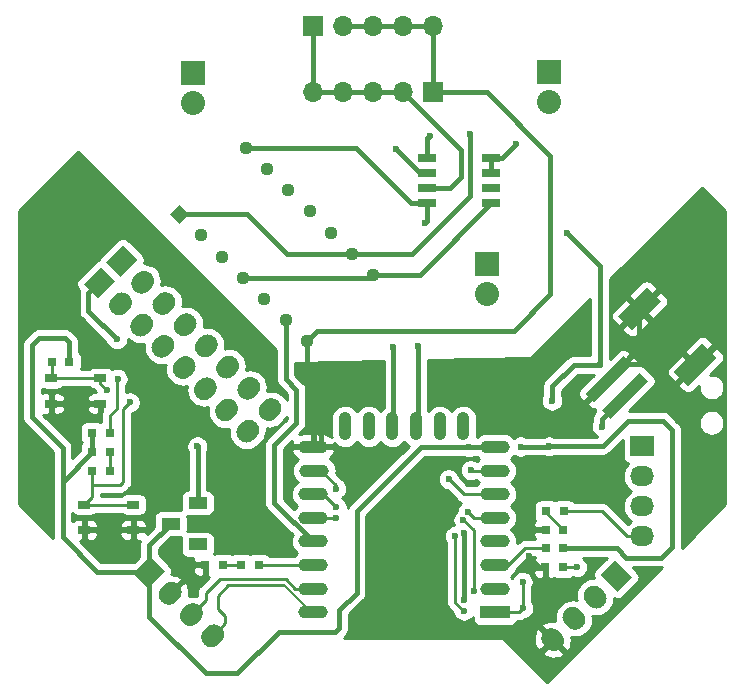
<source format=gbr>
%TF.GenerationSoftware,KiCad,Pcbnew,(5.1.10)-1*%
%TF.CreationDate,2022-09-07T11:24:22-03:00*%
%TF.ProjectId,OpenBCI_Wifi_Shield,4f70656e-4243-4495-9f57-6966695f5368,v1.0.0*%
%TF.SameCoordinates,Original*%
%TF.FileFunction,Copper,L1,Top*%
%TF.FilePolarity,Positive*%
%FSLAX46Y46*%
G04 Gerber Fmt 4.6, Leading zero omitted, Abs format (unit mm)*
G04 Created by KiCad (PCBNEW (5.1.10)-1) date 2022-09-07 11:24:22*
%MOMM*%
%LPD*%
G01*
G04 APERTURE LIST*
%TA.AperFunction,SMDPad,CuDef*%
%ADD10R,0.800000X0.750000*%
%TD*%
%TA.AperFunction,SMDPad,CuDef*%
%ADD11R,1.600000X1.000000*%
%TD*%
%TA.AperFunction,SMDPad,CuDef*%
%ADD12R,2.500000X1.100000*%
%TD*%
%TA.AperFunction,SMDPad,CuDef*%
%ADD13O,2.500000X1.100000*%
%TD*%
%TA.AperFunction,SMDPad,CuDef*%
%ADD14O,1.100000X2.400000*%
%TD*%
%TA.AperFunction,SMDPad,CuDef*%
%ADD15R,1.050000X0.650000*%
%TD*%
%TA.AperFunction,ComponentPad*%
%ADD16C,0.100000*%
%TD*%
%TA.AperFunction,ComponentPad*%
%ADD17R,2.032000X1.727200*%
%TD*%
%TA.AperFunction,ComponentPad*%
%ADD18O,2.032000X1.727200*%
%TD*%
%TA.AperFunction,ComponentPad*%
%ADD19R,2.032000X2.032000*%
%TD*%
%TA.AperFunction,ComponentPad*%
%ADD20O,2.032000X2.032000*%
%TD*%
%TA.AperFunction,SMDPad,CuDef*%
%ADD21C,0.100000*%
%TD*%
%TA.AperFunction,SMDPad,CuDef*%
%ADD22R,0.797560X0.797560*%
%TD*%
%TA.AperFunction,SMDPad,CuDef*%
%ADD23R,1.528000X0.650000*%
%TD*%
%TA.AperFunction,ComponentPad*%
%ADD24C,1.130000*%
%TD*%
%TA.AperFunction,ComponentPad*%
%ADD25O,1.700000X1.700000*%
%TD*%
%TA.AperFunction,ComponentPad*%
%ADD26R,1.700000X1.700000*%
%TD*%
%TA.AperFunction,ViaPad*%
%ADD27C,0.600000*%
%TD*%
%TA.AperFunction,Conductor*%
%ADD28C,0.381000*%
%TD*%
%TA.AperFunction,Conductor*%
%ADD29C,0.250000*%
%TD*%
%TA.AperFunction,Conductor*%
%ADD30C,0.203200*%
%TD*%
%TA.AperFunction,Conductor*%
%ADD31C,0.254000*%
%TD*%
%TA.AperFunction,Conductor*%
%ADD32C,0.100000*%
%TD*%
G04 APERTURE END LIST*
D10*
%TO.P,R8,1*%
%TO.N,GND*%
X122897200Y-106680000D03*
%TO.P,R8,2*%
%TO.N,Net-(D4-Pad1)*%
X124397200Y-106680000D03*
%TD*%
D11*
%TO.P,SW4,3*%
%TO.N,/XVDD*%
X93449000Y-104432000D03*
%TO.P,SW4,2*%
%TO.N,+3V3*%
X91149000Y-106182000D03*
%TO.P,SW4,1*%
X93449000Y-107932000D03*
%TD*%
D12*
%TO.P,U1,1*%
%TO.N,/RESET*%
X118624000Y-113682000D03*
D13*
%TO.P,U1,2*%
%TO.N,Net-(U1-Pad2)*%
X118624000Y-111682000D03*
%TO.P,U1,3*%
%TO.N,Net-(R5-Pad2)*%
X118624000Y-109682000D03*
%TO.P,U1,4*%
%TO.N,Net-(U1-Pad4)*%
X118624000Y-107682000D03*
%TO.P,U1,5*%
%TO.N,SCLK*%
X118624000Y-105682000D03*
%TO.P,U1,6*%
%TO.N,MISO*%
X118624000Y-103682000D03*
%TO.P,U1,7*%
%TO.N,MOSI*%
X118624000Y-101682000D03*
%TO.P,U1,8*%
%TO.N,+3V3*%
X118624000Y-99682000D03*
%TO.P,U1,9*%
%TO.N,GND*%
X103224000Y-99682000D03*
%TO.P,U1,10*%
%TO.N,ESP_SS*%
X103324000Y-101682000D03*
%TO.P,U1,11*%
%TO.N,Net-(R7-Pad2)*%
X103224000Y-103682000D03*
%TO.P,U1,12*%
%TO.N,Net-(R4-Pad2)*%
X103224000Y-105682000D03*
%TO.P,U1,13*%
%TO.N,/C_C*%
X103224000Y-107682000D03*
%TO.P,U1,14*%
%TO.N,Net-(D2-Pad2)*%
X103224000Y-109682000D03*
%TO.P,U1,15*%
%TO.N,RXD*%
X103224000Y-111682000D03*
%TO.P,U1,16*%
%TO.N,TXD*%
X103224000Y-113682000D03*
D14*
%TO.P,U1,17*%
%TO.N,Net-(U1-Pad17)*%
X115934000Y-97932000D03*
%TO.P,U1,18*%
%TO.N,Net-(U1-Pad18)*%
X113934000Y-97932000D03*
%TO.P,U1,19*%
%TO.N,/C_A*%
X111934000Y-97932000D03*
%TO.P,U1,20*%
%TO.N,/C_B*%
X109934000Y-97932000D03*
%TO.P,U1,21*%
%TO.N,Net-(U1-Pad21)*%
X107934000Y-97932000D03*
%TO.P,U1,22*%
%TO.N,Net-(U1-Pad22)*%
X105934000Y-97932000D03*
%TD*%
D15*
%TO.P,SW2,1*%
%TO.N,Net-(R4-Pad2)*%
X83839200Y-104557600D03*
%TO.P,SW2,2*%
X87989200Y-104557600D03*
%TO.P,SW2,3*%
%TO.N,GND*%
X83839200Y-106707600D03*
%TO.P,SW2,4*%
X87989200Y-106707600D03*
%TD*%
%TA.AperFunction,ComponentPad*%
D16*
%TO.P,P8,1*%
%TO.N,/XVDD*%
G36*
X83786322Y-85883563D02*
G01*
X85223163Y-84446722D01*
X86444478Y-85668037D01*
X85007637Y-87104878D01*
X83786322Y-85883563D01*
G37*
%TD.AperFunction*%
%TO.P,P8,2*%
%TO.N,GND*%
%TA.AperFunction,ComponentPad*%
G36*
G01*
X86193031Y-87068957D02*
X86408557Y-86853431D01*
G75*
G02*
X87629871Y-86853431I610657J-610657D01*
G01*
X87629871Y-86853431D01*
G75*
G02*
X87629871Y-88074745I-610657J-610657D01*
G01*
X87414345Y-88290271D01*
G75*
G02*
X86193031Y-88290271I-610657J610657D01*
G01*
X86193031Y-88290271D01*
G75*
G02*
X86193031Y-87068957I610657J610657D01*
G01*
G37*
%TD.AperFunction*%
%TO.P,P8,3*%
%TO.N,MISO*%
%TA.AperFunction,ComponentPad*%
G36*
G01*
X87989082Y-88865008D02*
X88204608Y-88649482D01*
G75*
G02*
X89425922Y-88649482I610657J-610657D01*
G01*
X89425922Y-88649482D01*
G75*
G02*
X89425922Y-89870796I-610657J-610657D01*
G01*
X89210396Y-90086322D01*
G75*
G02*
X87989082Y-90086322I-610657J610657D01*
G01*
X87989082Y-90086322D01*
G75*
G02*
X87989082Y-88865008I610657J610657D01*
G01*
G37*
%TD.AperFunction*%
%TO.P,P8,4*%
%TO.N,SCLK*%
%TA.AperFunction,ComponentPad*%
G36*
G01*
X89785134Y-90661060D02*
X90000660Y-90445534D01*
G75*
G02*
X91221974Y-90445534I610657J-610657D01*
G01*
X91221974Y-90445534D01*
G75*
G02*
X91221974Y-91666848I-610657J-610657D01*
G01*
X91006448Y-91882374D01*
G75*
G02*
X89785134Y-91882374I-610657J610657D01*
G01*
X89785134Y-91882374D01*
G75*
G02*
X89785134Y-90661060I610657J610657D01*
G01*
G37*
%TD.AperFunction*%
%TO.P,P8,5*%
%TO.N,Net-(P8-Pad5)*%
%TA.AperFunction,ComponentPad*%
G36*
G01*
X91581185Y-92457111D02*
X91796711Y-92241585D01*
G75*
G02*
X93018025Y-92241585I610657J-610657D01*
G01*
X93018025Y-92241585D01*
G75*
G02*
X93018025Y-93462899I-610657J-610657D01*
G01*
X92802499Y-93678425D01*
G75*
G02*
X91581185Y-93678425I-610657J610657D01*
G01*
X91581185Y-93678425D01*
G75*
G02*
X91581185Y-92457111I610657J610657D01*
G01*
G37*
%TD.AperFunction*%
%TO.P,P8,6*%
%TO.N,Net-(P8-Pad6)*%
%TA.AperFunction,ComponentPad*%
G36*
G01*
X93377236Y-94253162D02*
X93592762Y-94037636D01*
G75*
G02*
X94814076Y-94037636I610657J-610657D01*
G01*
X94814076Y-94037636D01*
G75*
G02*
X94814076Y-95258950I-610657J-610657D01*
G01*
X94598550Y-95474476D01*
G75*
G02*
X93377236Y-95474476I-610657J610657D01*
G01*
X93377236Y-95474476D01*
G75*
G02*
X93377236Y-94253162I610657J610657D01*
G01*
G37*
%TD.AperFunction*%
%TO.P,P8,7*%
%TO.N,MOSI*%
%TA.AperFunction,ComponentPad*%
G36*
G01*
X95173287Y-96049213D02*
X95388813Y-95833687D01*
G75*
G02*
X96610127Y-95833687I610657J-610657D01*
G01*
X96610127Y-95833687D01*
G75*
G02*
X96610127Y-97055001I-610657J-610657D01*
G01*
X96394601Y-97270527D01*
G75*
G02*
X95173287Y-97270527I-610657J610657D01*
G01*
X95173287Y-97270527D01*
G75*
G02*
X95173287Y-96049213I610657J610657D01*
G01*
G37*
%TD.AperFunction*%
%TO.P,P8,8*%
%TO.N,Net-(P8-Pad8)*%
%TA.AperFunction,ComponentPad*%
G36*
G01*
X96969339Y-97845265D02*
X97184865Y-97629739D01*
G75*
G02*
X98406179Y-97629739I610657J-610657D01*
G01*
X98406179Y-97629739D01*
G75*
G02*
X98406179Y-98851053I-610657J-610657D01*
G01*
X98190653Y-99066579D01*
G75*
G02*
X96969339Y-99066579I-610657J610657D01*
G01*
X96969339Y-99066579D01*
G75*
G02*
X96969339Y-97845265I610657J610657D01*
G01*
G37*
%TD.AperFunction*%
%TD*%
D17*
%TO.P,P9,1*%
%TO.N,Net-(P9-Pad1)*%
X131098400Y-99618800D03*
D18*
%TO.P,P9,2*%
%TO.N,Net-(P9-Pad2)*%
X131098400Y-102158800D03*
%TO.P,P9,3*%
%TO.N,/RESET*%
X131098400Y-104698800D03*
%TO.P,P9,4*%
%TO.N,/OBCI_LED*%
X131098400Y-107238800D03*
%TD*%
%TA.AperFunction,ComponentPad*%
D16*
%TO.P,P10,1*%
%TO.N,ESP_SS*%
G36*
X128783037Y-109273722D02*
G01*
X130219878Y-110710563D01*
X128998563Y-111931878D01*
X127561722Y-110495037D01*
X128783037Y-109273722D01*
G37*
%TD.AperFunction*%
%TO.P,P10,2*%
%TO.N,Net-(P10-Pad2)*%
%TA.AperFunction,ComponentPad*%
G36*
G01*
X127597643Y-111680431D02*
X127813169Y-111895957D01*
G75*
G02*
X127813169Y-113117271I-610657J-610657D01*
G01*
X127813169Y-113117271D01*
G75*
G02*
X126591855Y-113117271I-610657J610657D01*
G01*
X126376329Y-112901745D01*
G75*
G02*
X126376329Y-111680431I610657J610657D01*
G01*
X126376329Y-111680431D01*
G75*
G02*
X127597643Y-111680431I610657J-610657D01*
G01*
G37*
%TD.AperFunction*%
%TO.P,P10,3*%
%TO.N,/XVDD*%
%TA.AperFunction,ComponentPad*%
G36*
G01*
X125801592Y-113476482D02*
X126017118Y-113692008D01*
G75*
G02*
X126017118Y-114913322I-610657J-610657D01*
G01*
X126017118Y-114913322D01*
G75*
G02*
X124795804Y-114913322I-610657J610657D01*
G01*
X124580278Y-114697796D01*
G75*
G02*
X124580278Y-113476482I610657J610657D01*
G01*
X124580278Y-113476482D01*
G75*
G02*
X125801592Y-113476482I610657J-610657D01*
G01*
G37*
%TD.AperFunction*%
%TO.P,P10,4*%
%TO.N,GND*%
%TA.AperFunction,ComponentPad*%
G36*
G01*
X124005540Y-115272534D02*
X124221066Y-115488060D01*
G75*
G02*
X124221066Y-116709374I-610657J-610657D01*
G01*
X124221066Y-116709374D01*
G75*
G02*
X122999752Y-116709374I-610657J610657D01*
G01*
X122784226Y-116493848D01*
G75*
G02*
X122784226Y-115272534I610657J610657D01*
G01*
X122784226Y-115272534D01*
G75*
G02*
X124005540Y-115272534I610657J-610657D01*
G01*
G37*
%TD.AperFunction*%
%TD*%
%TA.AperFunction,ComponentPad*%
%TO.P,P7,1*%
%TO.N,Net-(P7-Pad1)*%
G36*
X85665922Y-84054763D02*
G01*
X87102763Y-82617922D01*
X88324078Y-83839237D01*
X86887237Y-85276078D01*
X85665922Y-84054763D01*
G37*
%TD.AperFunction*%
%TO.P,P7,2*%
%TO.N,Net-(P7-Pad2)*%
%TA.AperFunction,ComponentPad*%
G36*
G01*
X88072631Y-85240157D02*
X88288157Y-85024631D01*
G75*
G02*
X89509471Y-85024631I610657J-610657D01*
G01*
X89509471Y-85024631D01*
G75*
G02*
X89509471Y-86245945I-610657J-610657D01*
G01*
X89293945Y-86461471D01*
G75*
G02*
X88072631Y-86461471I-610657J610657D01*
G01*
X88072631Y-86461471D01*
G75*
G02*
X88072631Y-85240157I610657J610657D01*
G01*
G37*
%TD.AperFunction*%
%TO.P,P7,3*%
%TO.N,Net-(P7-Pad3)*%
%TA.AperFunction,ComponentPad*%
G36*
G01*
X89868682Y-87036208D02*
X90084208Y-86820682D01*
G75*
G02*
X91305522Y-86820682I610657J-610657D01*
G01*
X91305522Y-86820682D01*
G75*
G02*
X91305522Y-88041996I-610657J-610657D01*
G01*
X91089996Y-88257522D01*
G75*
G02*
X89868682Y-88257522I-610657J610657D01*
G01*
X89868682Y-88257522D01*
G75*
G02*
X89868682Y-87036208I610657J610657D01*
G01*
G37*
%TD.AperFunction*%
%TO.P,P7,4*%
%TO.N,Net-(P7-Pad4)*%
%TA.AperFunction,ComponentPad*%
G36*
G01*
X91664734Y-88832260D02*
X91880260Y-88616734D01*
G75*
G02*
X93101574Y-88616734I610657J-610657D01*
G01*
X93101574Y-88616734D01*
G75*
G02*
X93101574Y-89838048I-610657J-610657D01*
G01*
X92886048Y-90053574D01*
G75*
G02*
X91664734Y-90053574I-610657J610657D01*
G01*
X91664734Y-90053574D01*
G75*
G02*
X91664734Y-88832260I610657J610657D01*
G01*
G37*
%TD.AperFunction*%
%TO.P,P7,5*%
%TO.N,Net-(P7-Pad5)*%
%TA.AperFunction,ComponentPad*%
G36*
G01*
X93460785Y-90628311D02*
X93676311Y-90412785D01*
G75*
G02*
X94897625Y-90412785I610657J-610657D01*
G01*
X94897625Y-90412785D01*
G75*
G02*
X94897625Y-91634099I-610657J-610657D01*
G01*
X94682099Y-91849625D01*
G75*
G02*
X93460785Y-91849625I-610657J610657D01*
G01*
X93460785Y-91849625D01*
G75*
G02*
X93460785Y-90628311I610657J610657D01*
G01*
G37*
%TD.AperFunction*%
%TO.P,P7,6*%
%TO.N,Net-(P7-Pad6)*%
%TA.AperFunction,ComponentPad*%
G36*
G01*
X95256836Y-92424362D02*
X95472362Y-92208836D01*
G75*
G02*
X96693676Y-92208836I610657J-610657D01*
G01*
X96693676Y-92208836D01*
G75*
G02*
X96693676Y-93430150I-610657J-610657D01*
G01*
X96478150Y-93645676D01*
G75*
G02*
X95256836Y-93645676I-610657J610657D01*
G01*
X95256836Y-93645676D01*
G75*
G02*
X95256836Y-92424362I610657J610657D01*
G01*
G37*
%TD.AperFunction*%
%TO.P,P7,7*%
%TO.N,Net-(P7-Pad7)*%
%TA.AperFunction,ComponentPad*%
G36*
G01*
X97052887Y-94220413D02*
X97268413Y-94004887D01*
G75*
G02*
X98489727Y-94004887I610657J-610657D01*
G01*
X98489727Y-94004887D01*
G75*
G02*
X98489727Y-95226201I-610657J-610657D01*
G01*
X98274201Y-95441727D01*
G75*
G02*
X97052887Y-95441727I-610657J610657D01*
G01*
X97052887Y-95441727D01*
G75*
G02*
X97052887Y-94220413I610657J610657D01*
G01*
G37*
%TD.AperFunction*%
%TO.P,P7,8*%
%TO.N,Net-(P7-Pad8)*%
%TA.AperFunction,ComponentPad*%
G36*
G01*
X98848939Y-96016465D02*
X99064465Y-95800939D01*
G75*
G02*
X100285779Y-95800939I610657J-610657D01*
G01*
X100285779Y-95800939D01*
G75*
G02*
X100285779Y-97022253I-610657J-610657D01*
G01*
X100070253Y-97237779D01*
G75*
G02*
X98848939Y-97237779I-610657J610657D01*
G01*
X98848939Y-97237779D01*
G75*
G02*
X98848939Y-96016465I610657J610657D01*
G01*
G37*
%TD.AperFunction*%
%TD*%
D19*
%TO.P,P4,1*%
%TO.N,Net-(P4-Pad1)*%
X93091000Y-68026000D03*
D20*
%TO.P,P4,2*%
%TO.N,Net-(P4-Pad2)*%
X93091000Y-70566000D03*
%TD*%
D19*
%TO.P,P6,1*%
%TO.N,Net-(P6-Pad1)*%
X117967000Y-84201000D03*
D20*
%TO.P,P6,2*%
%TO.N,Net-(P6-Pad2)*%
X117967000Y-86741000D03*
%TD*%
D19*
%TO.P,P5,1*%
%TO.N,Net-(P5-Pad1)*%
X123190000Y-67899000D03*
D20*
%TO.P,P5,2*%
%TO.N,Net-(P5-Pad2)*%
X123190000Y-70439000D03*
%TD*%
%TA.AperFunction,ComponentPad*%
D16*
%TO.P,P1,1*%
%TO.N,+3V3*%
G36*
X87994922Y-110389763D02*
G01*
X89431763Y-108952922D01*
X90653078Y-110174237D01*
X89216237Y-111611078D01*
X87994922Y-110389763D01*
G37*
%TD.AperFunction*%
%TO.P,P1,2*%
%TO.N,GND*%
%TA.AperFunction,ComponentPad*%
G36*
G01*
X90401631Y-111575157D02*
X90617157Y-111359631D01*
G75*
G02*
X91838471Y-111359631I610657J-610657D01*
G01*
X91838471Y-111359631D01*
G75*
G02*
X91838471Y-112580945I-610657J-610657D01*
G01*
X91622945Y-112796471D01*
G75*
G02*
X90401631Y-112796471I-610657J610657D01*
G01*
X90401631Y-112796471D01*
G75*
G02*
X90401631Y-111575157I610657J610657D01*
G01*
G37*
%TD.AperFunction*%
%TO.P,P1,3*%
%TO.N,RXD*%
%TA.AperFunction,ComponentPad*%
G36*
G01*
X92197682Y-113371208D02*
X92413208Y-113155682D01*
G75*
G02*
X93634522Y-113155682I610657J-610657D01*
G01*
X93634522Y-113155682D01*
G75*
G02*
X93634522Y-114376996I-610657J-610657D01*
G01*
X93418996Y-114592522D01*
G75*
G02*
X92197682Y-114592522I-610657J610657D01*
G01*
X92197682Y-114592522D01*
G75*
G02*
X92197682Y-113371208I610657J610657D01*
G01*
G37*
%TD.AperFunction*%
%TO.P,P1,4*%
%TO.N,TXD*%
%TA.AperFunction,ComponentPad*%
G36*
G01*
X93993734Y-115167260D02*
X94209260Y-114951734D01*
G75*
G02*
X95430574Y-114951734I610657J-610657D01*
G01*
X95430574Y-114951734D01*
G75*
G02*
X95430574Y-116173048I-610657J-610657D01*
G01*
X95215048Y-116388574D01*
G75*
G02*
X93993734Y-116388574I-610657J610657D01*
G01*
X93993734Y-116388574D01*
G75*
G02*
X93993734Y-115167260I610657J610657D01*
G01*
G37*
%TD.AperFunction*%
%TD*%
D10*
%TO.P,R1,1*%
%TO.N,+3V3*%
X82588800Y-92456000D03*
%TO.P,R1,2*%
%TO.N,/RESET*%
X81088800Y-92456000D03*
%TD*%
%TO.P,R3,1*%
%TO.N,GND*%
X94068200Y-109664500D03*
%TO.P,R3,2*%
%TO.N,Net-(D2-Pad1)*%
X95568200Y-109664500D03*
%TD*%
%TO.P,R4,1*%
%TO.N,Net-(D3-Pad1)*%
X85992400Y-101752400D03*
%TO.P,R4,2*%
%TO.N,Net-(R4-Pad2)*%
X84492400Y-101752400D03*
%TD*%
D15*
%TO.P,SW1,1*%
%TO.N,GND*%
X85210500Y-96013500D03*
%TO.P,SW1,2*%
X81060500Y-96013500D03*
%TO.P,SW1,3*%
%TO.N,/RESET*%
X85210500Y-93863500D03*
%TO.P,SW1,4*%
X81060500Y-93863500D03*
%TD*%
D10*
%TO.P,R5,1*%
%TO.N,+3V3*%
X124397200Y-108254800D03*
%TO.P,R5,2*%
%TO.N,Net-(R5-Pad2)*%
X122897200Y-108254800D03*
%TD*%
%TO.P,R6,1*%
%TO.N,ESP_SS*%
X124374000Y-109882000D03*
%TO.P,R6,2*%
%TO.N,GND*%
X122874000Y-109882000D03*
%TD*%
%TO.P,R7,1*%
%TO.N,+3V3*%
X84492400Y-98501200D03*
%TO.P,R7,2*%
%TO.N,Net-(R7-Pad2)*%
X85992400Y-98501200D03*
%TD*%
%TA.AperFunction,SMDPad,CuDef*%
D21*
%TO.P,P2,2*%
%TO.N,GND*%
G36*
X130176633Y-92686645D02*
G01*
X126994652Y-95868626D01*
X126287545Y-95161519D01*
X129469526Y-91979538D01*
X130176633Y-92686645D01*
G37*
%TD.AperFunction*%
%TA.AperFunction,SMDPad,CuDef*%
%TO.P,P2,1*%
%TO.N,+BATT*%
G36*
X131590847Y-94100858D02*
G01*
X128408866Y-97282839D01*
X127701759Y-96575732D01*
X130883740Y-93393751D01*
X131590847Y-94100858D01*
G37*
%TD.AperFunction*%
%TA.AperFunction,SMDPad,CuDef*%
%TO.P,P2,4*%
%TO.N,GND*%
G36*
X132651507Y-87383344D02*
G01*
X130247344Y-89787507D01*
X129045263Y-88585426D01*
X131449426Y-86181263D01*
X132651507Y-87383344D01*
G37*
%TD.AperFunction*%
%TA.AperFunction,SMDPad,CuDef*%
%TO.P,P2,3*%
G36*
X137389122Y-92120959D02*
G01*
X134984959Y-94525122D01*
X133782878Y-93323041D01*
X136187041Y-90918878D01*
X137389122Y-92120959D01*
G37*
%TD.AperFunction*%
%TD*%
D22*
%TO.P,D2,2*%
%TO.N,Net-(D2-Pad2)*%
X98602800Y-109664500D03*
%TO.P,D2,1*%
%TO.N,Net-(D2-Pad1)*%
X97104200Y-109664500D03*
%TD*%
%TO.P,D3,2*%
%TO.N,+3V3*%
X84493100Y-100126800D03*
%TO.P,D3,1*%
%TO.N,Net-(D3-Pad1)*%
X85991700Y-100126800D03*
%TD*%
%TO.P,D4,2*%
%TO.N,/OBCI_LED*%
X124447300Y-105130600D03*
%TO.P,D4,1*%
%TO.N,Net-(D4-Pad1)*%
X122948700Y-105130600D03*
%TD*%
D23*
%TO.P,IC1,1*%
%TO.N,/I1*%
X112900000Y-75242000D03*
%TO.P,IC1,2*%
%TO.N,/I2*%
X112900000Y-76512000D03*
%TO.P,IC1,3*%
%TO.N,/A_OUT*%
X112900000Y-77782000D03*
%TO.P,IC1,4*%
%TO.N,/6V*%
X112900000Y-79052000D03*
%TO.P,IC1,5*%
%TO.N,/B_OUT*%
X118322000Y-79052000D03*
%TO.P,IC1,6*%
%TO.N,Net-(IC1-Pad6)*%
X118322000Y-77782000D03*
%TO.P,IC1,7*%
%TO.N,/6V*%
X118322000Y-76512000D03*
%TO.P,IC1,8*%
X118322000Y-75242000D03*
%TD*%
%TA.AperFunction,ComponentPad*%
D16*
%TO.P,IC2,1*%
%TO.N,/I1*%
G36*
X91915632Y-80765091D02*
G01*
X91116601Y-79966060D01*
X91915632Y-79167029D01*
X92714663Y-79966060D01*
X91915632Y-80765091D01*
G37*
%TD.AperFunction*%
D24*
%TO.P,IC2,2*%
%TO.N,/A_OUT*%
X93711684Y-81762111D03*
%TO.P,IC2,3*%
%TO.N,/I2*%
X95507735Y-83558163D03*
%TO.P,IC2,4*%
%TO.N,/B_OUT*%
X97303786Y-85354214D03*
%TO.P,IC2,5*%
%TO.N,/C_B*%
X99099837Y-87150265D03*
%TO.P,IC2,6*%
%TO.N,/C_C*%
X100895889Y-88946316D03*
%TO.P,IC2,7*%
%TO.N,GND*%
X102691940Y-90742368D03*
%TO.P,IC2,8*%
%TO.N,/B_OUT*%
X108306368Y-85127940D03*
%TO.P,IC2,9*%
%TO.N,/I1*%
X106510316Y-83331889D03*
%TO.P,IC2,10*%
%TO.N,Net-(IC2-Pad10)*%
X104714265Y-81535837D03*
%TO.P,IC2,11*%
%TO.N,Net-(IC2-Pad11)*%
X102918214Y-79739786D03*
%TO.P,IC2,12*%
%TO.N,Net-(IC2-Pad12)*%
X101122163Y-77943735D03*
%TO.P,IC2,13*%
%TO.N,/C_A*%
X99326111Y-76147684D03*
%TO.P,IC2,14*%
%TO.N,/6V*%
X97530060Y-74351632D03*
%TD*%
D25*
%TO.P,J1,5*%
%TO.N,GND*%
X113371000Y-64047000D03*
%TO.P,J1,4*%
X110831000Y-64047000D03*
%TO.P,J1,3*%
X108291000Y-64047000D03*
%TO.P,J1,2*%
X105751000Y-64047000D03*
D26*
%TO.P,J1,1*%
%TO.N,/A_OUT*%
X103211000Y-64047000D03*
%TD*%
%TO.P,J2,1*%
%TO.N,GND*%
X113361000Y-69647000D03*
D25*
%TO.P,J2,2*%
%TO.N,/A_OUT*%
X110821000Y-69647000D03*
%TO.P,J2,3*%
X108281000Y-69647000D03*
%TO.P,J2,4*%
X105741000Y-69647000D03*
%TO.P,J2,5*%
X103201000Y-69647000D03*
%TD*%
D27*
%TO.N,+3V3*%
X120786000Y-99647000D03*
X123199000Y-99632000D03*
X116395500Y-99695000D03*
%TO.N,GND*%
X121461000Y-108947000D03*
X132636000Y-86197000D03*
X132161000Y-92647000D03*
X121259600Y-106680000D03*
X83312000Y-96012000D03*
X94074000Y-110982000D03*
X101249000Y-99757000D03*
X103899000Y-98482000D03*
X105199000Y-99682000D03*
X86124000Y-106707000D03*
%TO.N,+BATT*%
X127685800Y-97967800D03*
%TO.N,MISO*%
X114699000Y-102407000D03*
%TO.N,SCLK*%
X116324000Y-105157000D03*
%TO.N,MOSI*%
X116549000Y-101657000D03*
%TO.N,ESP_SS*%
X105174000Y-103232000D03*
X115949000Y-105882000D03*
X116814600Y-111912400D03*
X125552200Y-109855000D03*
%TO.N,Net-(R4-Pad2)*%
X105199000Y-105657000D03*
X87699000Y-95907000D03*
%TO.N,Net-(R7-Pad2)*%
X105199000Y-104807000D03*
X86674000Y-93907000D03*
%TO.N,/XVDD*%
X86614000Y-90576400D03*
X116024000Y-106957000D03*
X116024000Y-112657000D03*
X93424000Y-99632000D03*
%TO.N,/RESET*%
X120954800Y-111099600D03*
X120999000Y-113357000D03*
X115999000Y-113532000D03*
X85774000Y-94882000D03*
X115224000Y-107232000D03*
%TO.N,/I1*%
X116511000Y-73147000D03*
X113111000Y-73347000D03*
%TO.N,/I2*%
X110211000Y-74447000D03*
%TO.N,/6V*%
X124711000Y-81547000D03*
X112711000Y-80747000D03*
X120411000Y-74047000D03*
X127508000Y-92735400D03*
X123444000Y-95758000D03*
%TO.N,/C_B*%
X110011000Y-91247000D03*
%TO.N,/C_A*%
X112111000Y-91147000D03*
%TD*%
D28*
%TO.N,+3V3*%
X116395500Y-99695000D02*
X116408500Y-99682000D01*
X116408500Y-99682000D02*
X117924000Y-99682000D01*
X123184000Y-99647000D02*
X123199000Y-99632000D01*
X120786000Y-99647000D02*
X123184000Y-99647000D01*
X116395500Y-99695000D02*
X112363000Y-99695000D01*
X112363000Y-99695000D02*
X106911000Y-105147000D01*
X106911000Y-112025081D02*
X105411000Y-113525081D01*
X106911000Y-105147000D02*
X106911000Y-112025081D01*
X105411000Y-113525081D02*
X105411000Y-115047000D01*
X105411000Y-115047000D02*
X105111000Y-115347000D01*
X105111000Y-115347000D02*
X100311000Y-115347000D01*
X100311000Y-115347000D02*
X96811000Y-118847000D01*
X96811000Y-118847000D02*
X94111000Y-118847000D01*
X89324000Y-114060000D02*
X89324000Y-110282000D01*
X94111000Y-118847000D02*
X89324000Y-114060000D01*
X89324000Y-108007000D02*
X91149000Y-106182000D01*
X89324000Y-110282000D02*
X89324000Y-108007000D01*
X89324000Y-110282000D02*
X84946000Y-110282000D01*
X84946000Y-110282000D02*
X82011000Y-107347000D01*
X82011000Y-102608900D02*
X84493100Y-100126800D01*
X82011000Y-107347000D02*
X82011000Y-102608900D01*
X84493100Y-98501900D02*
X84492400Y-98501200D01*
X84493100Y-100126800D02*
X84493100Y-98501900D01*
X82011000Y-102608900D02*
X82011000Y-99747000D01*
X82011000Y-99747000D02*
X79411000Y-97147000D01*
X79411000Y-97147000D02*
X79411000Y-91047000D01*
X79411000Y-91047000D02*
X80011000Y-90447000D01*
X80011000Y-90447000D02*
X82211000Y-90447000D01*
X82588800Y-90824800D02*
X82588800Y-92456000D01*
X82211000Y-90447000D02*
X82588800Y-90824800D01*
X123199000Y-99632000D02*
X127726000Y-99632000D01*
X127726000Y-99632000D02*
X129911000Y-97447000D01*
X129911000Y-97447000D02*
X132811000Y-97447000D01*
X132811000Y-97447000D02*
X133611000Y-98247000D01*
X133611000Y-98247000D02*
X133611000Y-108147000D01*
X133611000Y-108147000D02*
X132711000Y-109047000D01*
X132711000Y-109047000D02*
X129711000Y-109047000D01*
X128918800Y-108254800D02*
X124397200Y-108254800D01*
X129711000Y-109047000D02*
X128918800Y-108254800D01*
D29*
%TO.N,GND*%
X122874000Y-109882000D02*
X122396000Y-109882000D01*
X122396000Y-109882000D02*
X121461000Y-108947000D01*
D28*
X130848385Y-87984385D02*
X130848385Y-91307786D01*
X130848385Y-91307786D02*
X128232089Y-93924082D01*
X130848385Y-87984385D02*
X135586000Y-92722000D01*
X130848385Y-87984385D02*
X132635770Y-86197000D01*
X132635770Y-86197000D02*
X132636000Y-86197000D01*
X128232089Y-93924082D02*
X129509171Y-92647000D01*
X129509171Y-92647000D02*
X132161000Y-92647000D01*
D29*
X122897200Y-106680000D02*
X121259600Y-106680000D01*
X81060500Y-96013500D02*
X83310500Y-96013500D01*
X83313500Y-96013500D02*
X83312000Y-96012000D01*
X83313500Y-96013500D02*
X85210500Y-96013500D01*
X83310500Y-96013500D02*
X83312000Y-96012000D01*
D28*
X86911451Y-87571851D02*
X86824549Y-87571851D01*
X94068200Y-109664500D02*
X94068200Y-110976200D01*
X94068200Y-110976200D02*
X94074000Y-110982000D01*
X103924000Y-99682000D02*
X101324000Y-99682000D01*
X101324000Y-99682000D02*
X101249000Y-99757000D01*
X103924000Y-99682000D02*
X103924000Y-98507000D01*
X103924000Y-98507000D02*
X103899000Y-98482000D01*
X103924000Y-99682000D02*
X105199000Y-99682000D01*
X83839200Y-106707600D02*
X86123400Y-106707600D01*
X86124600Y-106707600D02*
X86124000Y-106707000D01*
X86124600Y-106707600D02*
X87989200Y-106707600D01*
X86123400Y-106707600D02*
X86124000Y-106707000D01*
X103924000Y-99682000D02*
X103987200Y-99618800D01*
X113361000Y-64057000D02*
X113371000Y-64047000D01*
X113361000Y-69647000D02*
X113361000Y-64057000D01*
X105751000Y-64047000D02*
X108291000Y-64047000D01*
X110831000Y-64047000D02*
X108291000Y-64047000D01*
X110831000Y-64047000D02*
X113371000Y-64047000D01*
X113361000Y-69647000D02*
X117911000Y-69647000D01*
X117911000Y-69647000D02*
X123311000Y-75047000D01*
X123311000Y-75047000D02*
X123311000Y-86747000D01*
X123311000Y-86747000D02*
X120211000Y-89847000D01*
X103587308Y-89847000D02*
X102691940Y-90742368D01*
X120211000Y-89847000D02*
X103587308Y-89847000D01*
X102691940Y-97274940D02*
X103899000Y-98482000D01*
X102691940Y-90742368D02*
X102691940Y-97274940D01*
%TO.N,+BATT*%
X129646303Y-95338295D02*
X129646303Y-95346897D01*
X129646303Y-95346897D02*
X127685800Y-97307400D01*
X127685800Y-97307400D02*
X127685800Y-97967800D01*
D29*
%TO.N,Net-(D2-Pad1)*%
X97103500Y-109664500D02*
X95568200Y-109664500D01*
%TO.N,Net-(D2-Pad2)*%
X98603500Y-109664500D02*
X103906500Y-109664500D01*
X103906500Y-109664500D02*
X103924000Y-109682000D01*
D30*
X103868400Y-109626400D02*
X103924000Y-109682000D01*
D29*
%TO.N,RXD*%
X103924000Y-111682000D02*
X101725200Y-111682000D01*
X99263200Y-110845600D02*
X95300800Y-110845600D01*
X95300800Y-110845600D02*
X94132400Y-112014000D01*
X94132400Y-112014000D02*
X94132400Y-112657804D01*
X94132400Y-112657804D02*
X92916102Y-113874102D01*
X100888800Y-110845600D02*
X99263200Y-110845600D01*
X101725200Y-111682000D02*
X100888800Y-110845600D01*
%TO.N,TXD*%
X100717755Y-111375755D02*
X96040645Y-111375755D01*
D30*
X103024000Y-113682000D02*
X100717755Y-111375755D01*
D29*
X95758000Y-114624308D02*
X94712154Y-115670154D01*
X95758000Y-113995200D02*
X95758000Y-114624308D01*
X95148400Y-113385600D02*
X95758000Y-113995200D01*
X95148400Y-112268000D02*
X95148400Y-113385600D01*
X96040645Y-111375755D02*
X95148400Y-112268000D01*
X103924000Y-113682000D02*
X103024000Y-113682000D01*
X94774000Y-115608308D02*
X94712154Y-115670154D01*
D30*
X103924000Y-113682000D02*
X102887000Y-113682000D01*
D29*
%TO.N,MISO*%
X117924000Y-103682000D02*
X115974000Y-103682000D01*
X115974000Y-103682000D02*
X114699000Y-102407000D01*
%TO.N,SCLK*%
X117924000Y-105682000D02*
X116849000Y-105682000D01*
X116849000Y-105682000D02*
X116324000Y-105157000D01*
%TO.N,MOSI*%
X117924000Y-101682000D02*
X116574000Y-101682000D01*
X116574000Y-101682000D02*
X116549000Y-101657000D01*
D30*
X95891707Y-96552107D02*
X95853893Y-96552107D01*
D29*
%TO.N,ESP_SS*%
X105174000Y-102932000D02*
X103924000Y-101682000D01*
X105174000Y-103232000D02*
X105174000Y-102932000D01*
X116814600Y-106747600D02*
X115949000Y-105882000D01*
X116814600Y-111912400D02*
X116814600Y-106747600D01*
X125552200Y-109855000D02*
X125525200Y-109882000D01*
X125525200Y-109882000D02*
X124374000Y-109882000D01*
X104324000Y-101682000D02*
X103924000Y-101682000D01*
D30*
X104124000Y-101882000D02*
X103924000Y-101682000D01*
D29*
%TO.N,Net-(R4-Pad2)*%
X103924000Y-105682000D02*
X105174000Y-105682000D01*
X105174000Y-105682000D02*
X105199000Y-105657000D01*
X87699000Y-95907000D02*
X87149000Y-96457000D01*
X87149000Y-96457000D02*
X87149000Y-102632000D01*
X87149000Y-102632000D02*
X86899000Y-102882000D01*
X86899000Y-102882000D02*
X84492400Y-102882000D01*
X83839200Y-104557600D02*
X87989200Y-104557600D01*
X84492400Y-101752400D02*
X84492400Y-102882000D01*
X84492400Y-102882000D02*
X84492400Y-103904400D01*
X84492400Y-103904400D02*
X83839200Y-104557600D01*
D30*
X103924000Y-105682000D02*
X102661500Y-105682000D01*
D29*
%TO.N,Net-(D3-Pad1)*%
X85992400Y-100126800D02*
X85992400Y-101752400D01*
%TO.N,Net-(R5-Pad2)*%
X122897200Y-108254800D02*
X121153200Y-108254800D01*
X121153200Y-108254800D02*
X119726000Y-109682000D01*
X119726000Y-109682000D02*
X117924000Y-109682000D01*
%TO.N,Net-(R7-Pad2)*%
X103924000Y-103682000D02*
X104074000Y-103682000D01*
X104074000Y-103682000D02*
X105199000Y-104807000D01*
X86674000Y-93907000D02*
X86649000Y-93932000D01*
X86649000Y-93932000D02*
X86649000Y-96407000D01*
X86649000Y-96407000D02*
X85992400Y-97063600D01*
X85992400Y-97063600D02*
X85992400Y-98501200D01*
D28*
%TO.N,/XVDD*%
X84201000Y-86690200D02*
X85115400Y-85775800D01*
X84201000Y-88163400D02*
X84201000Y-86690200D01*
X86614000Y-90576400D02*
X84201000Y-88163400D01*
X116024000Y-112657000D02*
X116024000Y-106957000D01*
X93424000Y-99632000D02*
X93449000Y-99632000D01*
X93449000Y-99632000D02*
X93424000Y-99632000D01*
X93424000Y-99632000D02*
X93449000Y-99632000D01*
X93449000Y-104432000D02*
X93449000Y-99632000D01*
D29*
%TO.N,/OBCI_LED*%
X131098400Y-107238800D02*
X129819400Y-107238800D01*
X127685800Y-105105200D02*
X124397200Y-105105200D01*
X129819400Y-107238800D02*
X127685800Y-105105200D01*
%TO.N,/RESET*%
X120999000Y-111143800D02*
X120999000Y-113357000D01*
X120954800Y-111099600D02*
X120999000Y-111143800D01*
X115999000Y-113532000D02*
X115949000Y-113532000D01*
X120674000Y-113682000D02*
X120999000Y-113357000D01*
X117924000Y-113682000D02*
X120674000Y-113682000D01*
X85210500Y-94318500D02*
X85210500Y-93863500D01*
X85774000Y-94882000D02*
X85210500Y-94318500D01*
X115224000Y-112807000D02*
X115224000Y-107232000D01*
X115949000Y-113532000D02*
X115224000Y-112807000D01*
X81060500Y-93863500D02*
X85210500Y-93863500D01*
X81088800Y-92456000D02*
X81088800Y-93835200D01*
X81088800Y-93835200D02*
X81060500Y-93863500D01*
%TO.N,Net-(D4-Pad1)*%
X122897200Y-105105200D02*
X122897200Y-105180000D01*
X122897200Y-105180000D02*
X124397200Y-106680000D01*
D28*
%TO.N,/I1*%
X91915632Y-79966060D02*
X97630060Y-79966060D01*
X100995889Y-83331889D02*
X106510316Y-83331889D01*
X97630060Y-79966060D02*
X100995889Y-83331889D01*
X106510316Y-83331889D02*
X111626111Y-83331889D01*
X111626111Y-83331889D02*
X116511000Y-78447000D01*
X116511000Y-78447000D02*
X116511000Y-73147000D01*
X112900000Y-73558000D02*
X113111000Y-73347000D01*
X112900000Y-75242000D02*
X112900000Y-73558000D01*
%TO.N,/I2*%
X112276000Y-76512000D02*
X112900000Y-76512000D01*
X110211000Y-74447000D02*
X112276000Y-76512000D01*
%TO.N,/A_OUT*%
X103201000Y-64057000D02*
X103211000Y-64047000D01*
X103201000Y-69647000D02*
X103201000Y-64057000D01*
X103201000Y-69647000D02*
X105741000Y-69647000D01*
X105741000Y-69647000D02*
X108281000Y-69647000D01*
X110821000Y-69647000D02*
X108281000Y-69647000D01*
X110821000Y-69647000D02*
X115711000Y-74537000D01*
X115711000Y-74537000D02*
X115711000Y-76847000D01*
X114776000Y-77782000D02*
X112900000Y-77782000D01*
X115711000Y-76847000D02*
X114776000Y-77782000D01*
%TO.N,/6V*%
X123444000Y-94564200D02*
X123444000Y-95758000D01*
X125272800Y-92735400D02*
X123444000Y-94564200D01*
X127508000Y-92735400D02*
X125272800Y-92735400D01*
X97530060Y-74351632D02*
X106815632Y-74351632D01*
X111516000Y-79052000D02*
X112900000Y-79052000D01*
X106815632Y-74351632D02*
X111516000Y-79052000D01*
X118322000Y-76512000D02*
X118322000Y-75242000D01*
X112900000Y-80558000D02*
X112711000Y-80747000D01*
X112900000Y-79052000D02*
X112900000Y-80558000D01*
X119216000Y-75242000D02*
X120411000Y-74047000D01*
X118322000Y-75242000D02*
X119216000Y-75242000D01*
X127508000Y-84344000D02*
X124711000Y-81547000D01*
X127508000Y-92735400D02*
X127508000Y-84344000D01*
%TO.N,/B_OUT*%
X112246060Y-85127940D02*
X118322000Y-79052000D01*
X108306368Y-85127940D02*
X112246060Y-85127940D01*
X108080094Y-85354214D02*
X108306368Y-85127940D01*
X97303786Y-85354214D02*
X108080094Y-85354214D01*
%TO.N,/C_B*%
X110011000Y-97855000D02*
X109934000Y-97932000D01*
X110011000Y-91247000D02*
X110011000Y-97855000D01*
%TO.N,/C_C*%
X100895889Y-88946316D02*
X100895889Y-93931889D01*
X100895889Y-93931889D02*
X101811000Y-94847000D01*
X101811000Y-94847000D02*
X101811000Y-97647000D01*
X101811000Y-97647000D02*
X99911000Y-99547000D01*
X103193919Y-107682000D02*
X103924000Y-107682000D01*
X99911000Y-104399081D02*
X103193919Y-107682000D01*
X99911000Y-99547000D02*
X99911000Y-104399081D01*
%TO.N,/C_A*%
X112111000Y-97755000D02*
X111934000Y-97932000D01*
X112111000Y-91147000D02*
X112111000Y-97755000D01*
%TD*%
D31*
%TO.N,GND*%
X117082025Y-100523975D02*
X117262464Y-100672058D01*
X117281064Y-100682000D01*
X117262464Y-100691942D01*
X117082025Y-100840025D01*
X117056257Y-100871423D01*
X116991889Y-100828414D01*
X116821729Y-100757932D01*
X116641089Y-100722000D01*
X116456911Y-100722000D01*
X116276271Y-100757932D01*
X116106111Y-100828414D01*
X115952972Y-100930738D01*
X115822738Y-101060972D01*
X115720414Y-101214111D01*
X115649932Y-101384271D01*
X115614000Y-101564911D01*
X115614000Y-101749089D01*
X115649932Y-101929729D01*
X115720414Y-102099889D01*
X115822738Y-102253028D01*
X115952972Y-102383262D01*
X116106111Y-102485586D01*
X116276271Y-102556068D01*
X116456911Y-102592000D01*
X116641089Y-102592000D01*
X116821729Y-102556068D01*
X116991889Y-102485586D01*
X117029755Y-102460285D01*
X117082025Y-102523975D01*
X117262464Y-102672058D01*
X117281064Y-102682000D01*
X117262464Y-102691942D01*
X117082025Y-102840025D01*
X117014750Y-102922000D01*
X116288802Y-102922000D01*
X115622153Y-102255351D01*
X115598068Y-102134271D01*
X115527586Y-101964111D01*
X115425262Y-101810972D01*
X115295028Y-101680738D01*
X115141889Y-101578414D01*
X114971729Y-101507932D01*
X114791089Y-101472000D01*
X114606911Y-101472000D01*
X114426271Y-101507932D01*
X114256111Y-101578414D01*
X114102972Y-101680738D01*
X113972738Y-101810972D01*
X113870414Y-101964111D01*
X113799932Y-102134271D01*
X113764000Y-102314911D01*
X113764000Y-102499089D01*
X113799932Y-102679729D01*
X113870414Y-102849889D01*
X113972738Y-103003028D01*
X114102972Y-103133262D01*
X114256111Y-103235586D01*
X114426271Y-103306068D01*
X114547351Y-103330153D01*
X115410200Y-104193002D01*
X115433999Y-104222001D01*
X115549724Y-104316974D01*
X115681753Y-104387546D01*
X115757999Y-104410675D01*
X115727972Y-104430738D01*
X115597738Y-104560972D01*
X115495414Y-104714111D01*
X115424932Y-104884271D01*
X115389000Y-105064911D01*
X115389000Y-105131665D01*
X115352972Y-105155738D01*
X115222738Y-105285972D01*
X115120414Y-105439111D01*
X115049932Y-105609271D01*
X115014000Y-105789911D01*
X115014000Y-105974089D01*
X115049932Y-106154729D01*
X115110617Y-106301236D01*
X114951271Y-106332932D01*
X114781111Y-106403414D01*
X114627972Y-106505738D01*
X114497738Y-106635972D01*
X114395414Y-106789111D01*
X114324932Y-106959271D01*
X114289000Y-107139911D01*
X114289000Y-107324089D01*
X114324932Y-107504729D01*
X114395414Y-107674889D01*
X114464001Y-107777537D01*
X114464000Y-112769677D01*
X114460324Y-112807000D01*
X114464000Y-112844322D01*
X114464000Y-112844332D01*
X114474997Y-112955985D01*
X114515380Y-113089111D01*
X114518454Y-113099246D01*
X114589026Y-113231276D01*
X114616630Y-113264911D01*
X114683999Y-113347001D01*
X114713002Y-113370803D01*
X115088263Y-113746064D01*
X115099932Y-113804729D01*
X115170414Y-113974889D01*
X115272738Y-114128028D01*
X115402972Y-114258262D01*
X115556111Y-114360586D01*
X115726271Y-114431068D01*
X115906911Y-114467000D01*
X116091089Y-114467000D01*
X116271729Y-114431068D01*
X116441889Y-114360586D01*
X116595028Y-114258262D01*
X116725262Y-114128028D01*
X116735928Y-114112065D01*
X116735928Y-114232000D01*
X116748188Y-114356482D01*
X116784498Y-114476180D01*
X116843463Y-114586494D01*
X116922815Y-114683185D01*
X117019506Y-114762537D01*
X117129820Y-114821502D01*
X117249518Y-114857812D01*
X117374000Y-114870072D01*
X119874000Y-114870072D01*
X119998482Y-114857812D01*
X120118180Y-114821502D01*
X120228494Y-114762537D01*
X120325185Y-114683185D01*
X120404537Y-114586494D01*
X120463502Y-114476180D01*
X120473870Y-114442000D01*
X120636678Y-114442000D01*
X120674000Y-114445676D01*
X120711322Y-114442000D01*
X120711333Y-114442000D01*
X120822986Y-114431003D01*
X120966247Y-114387546D01*
X121098276Y-114316974D01*
X121140742Y-114282123D01*
X121271729Y-114256068D01*
X121441889Y-114185586D01*
X121595028Y-114083262D01*
X121725262Y-113953028D01*
X121827586Y-113799889D01*
X121898068Y-113629729D01*
X121934000Y-113449089D01*
X121934000Y-113264911D01*
X121898068Y-113084271D01*
X121827586Y-112914111D01*
X121759000Y-112811465D01*
X121759000Y-111578985D01*
X121783386Y-111542489D01*
X121853868Y-111372329D01*
X121889800Y-111191689D01*
X121889800Y-111007511D01*
X121853868Y-110826871D01*
X121783386Y-110656711D01*
X121681062Y-110503572D01*
X121550828Y-110373338D01*
X121397689Y-110271014D01*
X121363856Y-110257000D01*
X121835928Y-110257000D01*
X121848188Y-110381482D01*
X121884498Y-110501180D01*
X121943463Y-110611494D01*
X122022815Y-110708185D01*
X122119506Y-110787537D01*
X122229820Y-110846502D01*
X122349518Y-110882812D01*
X122474000Y-110895072D01*
X122588250Y-110892000D01*
X122747000Y-110733250D01*
X122747000Y-110009000D01*
X121997750Y-110009000D01*
X121839000Y-110167750D01*
X121835928Y-110257000D01*
X121363856Y-110257000D01*
X121227529Y-110200532D01*
X121046889Y-110164600D01*
X120862711Y-110164600D01*
X120682071Y-110200532D01*
X120511911Y-110271014D01*
X120358772Y-110373338D01*
X120228538Y-110503572D01*
X120126214Y-110656711D01*
X120079634Y-110769166D01*
X119985536Y-110691942D01*
X119966936Y-110682000D01*
X119985536Y-110672058D01*
X120165975Y-110523975D01*
X120314058Y-110343536D01*
X120424094Y-110137674D01*
X120458478Y-110024323D01*
X121468002Y-109014800D01*
X121991699Y-109014800D01*
X122024335Y-109054568D01*
X122022815Y-109055815D01*
X121943463Y-109152506D01*
X121884498Y-109262820D01*
X121848188Y-109382518D01*
X121835928Y-109507000D01*
X121839000Y-109596250D01*
X121997750Y-109755000D01*
X122747000Y-109755000D01*
X122747000Y-109735000D01*
X123001000Y-109735000D01*
X123001000Y-109755000D01*
X123021000Y-109755000D01*
X123021000Y-110009000D01*
X123001000Y-110009000D01*
X123001000Y-110733250D01*
X123159750Y-110892000D01*
X123274000Y-110895072D01*
X123398482Y-110882812D01*
X123518180Y-110846502D01*
X123624000Y-110789939D01*
X123729820Y-110846502D01*
X123849518Y-110882812D01*
X123974000Y-110895072D01*
X124774000Y-110895072D01*
X124898482Y-110882812D01*
X125018180Y-110846502D01*
X125128494Y-110787537D01*
X125206238Y-110723734D01*
X125279471Y-110754068D01*
X125460111Y-110790000D01*
X125644289Y-110790000D01*
X125824929Y-110754068D01*
X125995089Y-110683586D01*
X126148228Y-110581262D01*
X126278462Y-110451028D01*
X126380786Y-110297889D01*
X126451268Y-110127729D01*
X126487200Y-109947089D01*
X126487200Y-109762911D01*
X126451268Y-109582271D01*
X126380786Y-109412111D01*
X126278462Y-109258972D01*
X126148228Y-109128738D01*
X126075735Y-109080300D01*
X128074089Y-109080300D01*
X127110537Y-110043852D01*
X127031185Y-110140543D01*
X126972220Y-110250857D01*
X126935910Y-110370555D01*
X126923650Y-110495037D01*
X126935910Y-110619519D01*
X126972220Y-110739217D01*
X126997366Y-110786260D01*
X126986986Y-110785238D01*
X126693210Y-110814172D01*
X126410722Y-110899864D01*
X126150381Y-111039019D01*
X125922189Y-111226291D01*
X125734917Y-111454483D01*
X125595762Y-111714824D01*
X125510070Y-111997312D01*
X125481136Y-112291088D01*
X125510070Y-112584864D01*
X125521112Y-112621265D01*
X125484711Y-112610223D01*
X125190935Y-112581289D01*
X124897159Y-112610223D01*
X124614671Y-112695915D01*
X124354330Y-112835070D01*
X124126138Y-113022342D01*
X123938866Y-113250534D01*
X123799711Y-113510875D01*
X123714019Y-113793363D01*
X123685085Y-114087139D01*
X123714019Y-114380915D01*
X123727170Y-114424268D01*
X123479140Y-114385670D01*
X123185369Y-114398006D01*
X122899649Y-114467418D01*
X122632961Y-114591238D01*
X122619942Y-114600511D01*
X122541534Y-114850237D01*
X123502646Y-115811349D01*
X123516789Y-115797207D01*
X123696394Y-115976812D01*
X123682251Y-115990954D01*
X124643363Y-116952066D01*
X124893089Y-116873658D01*
X124902362Y-116860639D01*
X125026182Y-116593951D01*
X125095594Y-116308231D01*
X125107930Y-116014460D01*
X125069332Y-115766430D01*
X125112685Y-115779581D01*
X125406461Y-115808515D01*
X125700237Y-115779581D01*
X125982725Y-115693889D01*
X126243066Y-115554734D01*
X126471258Y-115367462D01*
X126658530Y-115139270D01*
X126797685Y-114878929D01*
X126883377Y-114596441D01*
X126912311Y-114302665D01*
X126883377Y-114008889D01*
X126872335Y-113972488D01*
X126908736Y-113983530D01*
X127202512Y-114012464D01*
X127496288Y-113983530D01*
X127778776Y-113897838D01*
X128039117Y-113758683D01*
X128267309Y-113571411D01*
X128454581Y-113343219D01*
X128593736Y-113082878D01*
X128679428Y-112800390D01*
X128708362Y-112506614D01*
X128707340Y-112496234D01*
X128754383Y-112521380D01*
X128874081Y-112557690D01*
X128998563Y-112569950D01*
X129123045Y-112557690D01*
X129242743Y-112521380D01*
X129353057Y-112462415D01*
X129449748Y-112383063D01*
X130671063Y-111161748D01*
X130750415Y-111065057D01*
X130809380Y-110954743D01*
X130845690Y-110835045D01*
X130857950Y-110710563D01*
X130845690Y-110586081D01*
X130809380Y-110466383D01*
X130750415Y-110356069D01*
X130671063Y-110259378D01*
X130284185Y-109872500D01*
X132670450Y-109872500D01*
X132711000Y-109876494D01*
X132751550Y-109872500D01*
X132751553Y-109872500D01*
X132772325Y-109870454D01*
X123011294Y-119567688D01*
X120472540Y-117028934D01*
X122644271Y-117028934D01*
X122708373Y-117297050D01*
X122959489Y-117450002D01*
X123235619Y-117551026D01*
X123526152Y-117596238D01*
X123819923Y-117583902D01*
X124105643Y-117514490D01*
X124372331Y-117390670D01*
X124385350Y-117381397D01*
X124463758Y-117131671D01*
X123502646Y-116170559D01*
X122644271Y-117028934D01*
X120472540Y-117028934D01*
X119411054Y-115967448D01*
X121897362Y-115967448D01*
X121942574Y-116257981D01*
X122043598Y-116534111D01*
X122196550Y-116785227D01*
X122464666Y-116849329D01*
X123323041Y-115990954D01*
X122361929Y-115029842D01*
X122112203Y-115108250D01*
X122102930Y-115121269D01*
X121979110Y-115387957D01*
X121909698Y-115673677D01*
X121897362Y-115967448D01*
X119411054Y-115967448D01*
X119300803Y-115857197D01*
X119281557Y-115841403D01*
X119259601Y-115829667D01*
X119235776Y-115822440D01*
X119211000Y-115820000D01*
X105805432Y-115820000D01*
X105966034Y-115659398D01*
X105997541Y-115633541D01*
X106100699Y-115507842D01*
X106177353Y-115364434D01*
X106224556Y-115208826D01*
X106236500Y-115087553D01*
X106236500Y-115087551D01*
X106240494Y-115047001D01*
X106236500Y-115006450D01*
X106236500Y-113867013D01*
X107466039Y-112637475D01*
X107497541Y-112611622D01*
X107600699Y-112485923D01*
X107677353Y-112342515D01*
X107724556Y-112186907D01*
X107736500Y-112065634D01*
X107736500Y-112065625D01*
X107740493Y-112025082D01*
X107736500Y-111984539D01*
X107736500Y-105488932D01*
X112704933Y-100520500D01*
X115947992Y-100520500D01*
X115952611Y-100523586D01*
X116122771Y-100594068D01*
X116303411Y-100630000D01*
X116487589Y-100630000D01*
X116668229Y-100594068D01*
X116838389Y-100523586D01*
X116862463Y-100507500D01*
X117068504Y-100507500D01*
X117082025Y-100523975D01*
%TA.AperFunction,Conductor*%
D32*
G36*
X117082025Y-100523975D02*
G01*
X117262464Y-100672058D01*
X117281064Y-100682000D01*
X117262464Y-100691942D01*
X117082025Y-100840025D01*
X117056257Y-100871423D01*
X116991889Y-100828414D01*
X116821729Y-100757932D01*
X116641089Y-100722000D01*
X116456911Y-100722000D01*
X116276271Y-100757932D01*
X116106111Y-100828414D01*
X115952972Y-100930738D01*
X115822738Y-101060972D01*
X115720414Y-101214111D01*
X115649932Y-101384271D01*
X115614000Y-101564911D01*
X115614000Y-101749089D01*
X115649932Y-101929729D01*
X115720414Y-102099889D01*
X115822738Y-102253028D01*
X115952972Y-102383262D01*
X116106111Y-102485586D01*
X116276271Y-102556068D01*
X116456911Y-102592000D01*
X116641089Y-102592000D01*
X116821729Y-102556068D01*
X116991889Y-102485586D01*
X117029755Y-102460285D01*
X117082025Y-102523975D01*
X117262464Y-102672058D01*
X117281064Y-102682000D01*
X117262464Y-102691942D01*
X117082025Y-102840025D01*
X117014750Y-102922000D01*
X116288802Y-102922000D01*
X115622153Y-102255351D01*
X115598068Y-102134271D01*
X115527586Y-101964111D01*
X115425262Y-101810972D01*
X115295028Y-101680738D01*
X115141889Y-101578414D01*
X114971729Y-101507932D01*
X114791089Y-101472000D01*
X114606911Y-101472000D01*
X114426271Y-101507932D01*
X114256111Y-101578414D01*
X114102972Y-101680738D01*
X113972738Y-101810972D01*
X113870414Y-101964111D01*
X113799932Y-102134271D01*
X113764000Y-102314911D01*
X113764000Y-102499089D01*
X113799932Y-102679729D01*
X113870414Y-102849889D01*
X113972738Y-103003028D01*
X114102972Y-103133262D01*
X114256111Y-103235586D01*
X114426271Y-103306068D01*
X114547351Y-103330153D01*
X115410200Y-104193002D01*
X115433999Y-104222001D01*
X115549724Y-104316974D01*
X115681753Y-104387546D01*
X115757999Y-104410675D01*
X115727972Y-104430738D01*
X115597738Y-104560972D01*
X115495414Y-104714111D01*
X115424932Y-104884271D01*
X115389000Y-105064911D01*
X115389000Y-105131665D01*
X115352972Y-105155738D01*
X115222738Y-105285972D01*
X115120414Y-105439111D01*
X115049932Y-105609271D01*
X115014000Y-105789911D01*
X115014000Y-105974089D01*
X115049932Y-106154729D01*
X115110617Y-106301236D01*
X114951271Y-106332932D01*
X114781111Y-106403414D01*
X114627972Y-106505738D01*
X114497738Y-106635972D01*
X114395414Y-106789111D01*
X114324932Y-106959271D01*
X114289000Y-107139911D01*
X114289000Y-107324089D01*
X114324932Y-107504729D01*
X114395414Y-107674889D01*
X114464001Y-107777537D01*
X114464000Y-112769677D01*
X114460324Y-112807000D01*
X114464000Y-112844322D01*
X114464000Y-112844332D01*
X114474997Y-112955985D01*
X114515380Y-113089111D01*
X114518454Y-113099246D01*
X114589026Y-113231276D01*
X114616630Y-113264911D01*
X114683999Y-113347001D01*
X114713002Y-113370803D01*
X115088263Y-113746064D01*
X115099932Y-113804729D01*
X115170414Y-113974889D01*
X115272738Y-114128028D01*
X115402972Y-114258262D01*
X115556111Y-114360586D01*
X115726271Y-114431068D01*
X115906911Y-114467000D01*
X116091089Y-114467000D01*
X116271729Y-114431068D01*
X116441889Y-114360586D01*
X116595028Y-114258262D01*
X116725262Y-114128028D01*
X116735928Y-114112065D01*
X116735928Y-114232000D01*
X116748188Y-114356482D01*
X116784498Y-114476180D01*
X116843463Y-114586494D01*
X116922815Y-114683185D01*
X117019506Y-114762537D01*
X117129820Y-114821502D01*
X117249518Y-114857812D01*
X117374000Y-114870072D01*
X119874000Y-114870072D01*
X119998482Y-114857812D01*
X120118180Y-114821502D01*
X120228494Y-114762537D01*
X120325185Y-114683185D01*
X120404537Y-114586494D01*
X120463502Y-114476180D01*
X120473870Y-114442000D01*
X120636678Y-114442000D01*
X120674000Y-114445676D01*
X120711322Y-114442000D01*
X120711333Y-114442000D01*
X120822986Y-114431003D01*
X120966247Y-114387546D01*
X121098276Y-114316974D01*
X121140742Y-114282123D01*
X121271729Y-114256068D01*
X121441889Y-114185586D01*
X121595028Y-114083262D01*
X121725262Y-113953028D01*
X121827586Y-113799889D01*
X121898068Y-113629729D01*
X121934000Y-113449089D01*
X121934000Y-113264911D01*
X121898068Y-113084271D01*
X121827586Y-112914111D01*
X121759000Y-112811465D01*
X121759000Y-111578985D01*
X121783386Y-111542489D01*
X121853868Y-111372329D01*
X121889800Y-111191689D01*
X121889800Y-111007511D01*
X121853868Y-110826871D01*
X121783386Y-110656711D01*
X121681062Y-110503572D01*
X121550828Y-110373338D01*
X121397689Y-110271014D01*
X121363856Y-110257000D01*
X121835928Y-110257000D01*
X121848188Y-110381482D01*
X121884498Y-110501180D01*
X121943463Y-110611494D01*
X122022815Y-110708185D01*
X122119506Y-110787537D01*
X122229820Y-110846502D01*
X122349518Y-110882812D01*
X122474000Y-110895072D01*
X122588250Y-110892000D01*
X122747000Y-110733250D01*
X122747000Y-110009000D01*
X121997750Y-110009000D01*
X121839000Y-110167750D01*
X121835928Y-110257000D01*
X121363856Y-110257000D01*
X121227529Y-110200532D01*
X121046889Y-110164600D01*
X120862711Y-110164600D01*
X120682071Y-110200532D01*
X120511911Y-110271014D01*
X120358772Y-110373338D01*
X120228538Y-110503572D01*
X120126214Y-110656711D01*
X120079634Y-110769166D01*
X119985536Y-110691942D01*
X119966936Y-110682000D01*
X119985536Y-110672058D01*
X120165975Y-110523975D01*
X120314058Y-110343536D01*
X120424094Y-110137674D01*
X120458478Y-110024323D01*
X121468002Y-109014800D01*
X121991699Y-109014800D01*
X122024335Y-109054568D01*
X122022815Y-109055815D01*
X121943463Y-109152506D01*
X121884498Y-109262820D01*
X121848188Y-109382518D01*
X121835928Y-109507000D01*
X121839000Y-109596250D01*
X121997750Y-109755000D01*
X122747000Y-109755000D01*
X122747000Y-109735000D01*
X123001000Y-109735000D01*
X123001000Y-109755000D01*
X123021000Y-109755000D01*
X123021000Y-110009000D01*
X123001000Y-110009000D01*
X123001000Y-110733250D01*
X123159750Y-110892000D01*
X123274000Y-110895072D01*
X123398482Y-110882812D01*
X123518180Y-110846502D01*
X123624000Y-110789939D01*
X123729820Y-110846502D01*
X123849518Y-110882812D01*
X123974000Y-110895072D01*
X124774000Y-110895072D01*
X124898482Y-110882812D01*
X125018180Y-110846502D01*
X125128494Y-110787537D01*
X125206238Y-110723734D01*
X125279471Y-110754068D01*
X125460111Y-110790000D01*
X125644289Y-110790000D01*
X125824929Y-110754068D01*
X125995089Y-110683586D01*
X126148228Y-110581262D01*
X126278462Y-110451028D01*
X126380786Y-110297889D01*
X126451268Y-110127729D01*
X126487200Y-109947089D01*
X126487200Y-109762911D01*
X126451268Y-109582271D01*
X126380786Y-109412111D01*
X126278462Y-109258972D01*
X126148228Y-109128738D01*
X126075735Y-109080300D01*
X128074089Y-109080300D01*
X127110537Y-110043852D01*
X127031185Y-110140543D01*
X126972220Y-110250857D01*
X126935910Y-110370555D01*
X126923650Y-110495037D01*
X126935910Y-110619519D01*
X126972220Y-110739217D01*
X126997366Y-110786260D01*
X126986986Y-110785238D01*
X126693210Y-110814172D01*
X126410722Y-110899864D01*
X126150381Y-111039019D01*
X125922189Y-111226291D01*
X125734917Y-111454483D01*
X125595762Y-111714824D01*
X125510070Y-111997312D01*
X125481136Y-112291088D01*
X125510070Y-112584864D01*
X125521112Y-112621265D01*
X125484711Y-112610223D01*
X125190935Y-112581289D01*
X124897159Y-112610223D01*
X124614671Y-112695915D01*
X124354330Y-112835070D01*
X124126138Y-113022342D01*
X123938866Y-113250534D01*
X123799711Y-113510875D01*
X123714019Y-113793363D01*
X123685085Y-114087139D01*
X123714019Y-114380915D01*
X123727170Y-114424268D01*
X123479140Y-114385670D01*
X123185369Y-114398006D01*
X122899649Y-114467418D01*
X122632961Y-114591238D01*
X122619942Y-114600511D01*
X122541534Y-114850237D01*
X123502646Y-115811349D01*
X123516789Y-115797207D01*
X123696394Y-115976812D01*
X123682251Y-115990954D01*
X124643363Y-116952066D01*
X124893089Y-116873658D01*
X124902362Y-116860639D01*
X125026182Y-116593951D01*
X125095594Y-116308231D01*
X125107930Y-116014460D01*
X125069332Y-115766430D01*
X125112685Y-115779581D01*
X125406461Y-115808515D01*
X125700237Y-115779581D01*
X125982725Y-115693889D01*
X126243066Y-115554734D01*
X126471258Y-115367462D01*
X126658530Y-115139270D01*
X126797685Y-114878929D01*
X126883377Y-114596441D01*
X126912311Y-114302665D01*
X126883377Y-114008889D01*
X126872335Y-113972488D01*
X126908736Y-113983530D01*
X127202512Y-114012464D01*
X127496288Y-113983530D01*
X127778776Y-113897838D01*
X128039117Y-113758683D01*
X128267309Y-113571411D01*
X128454581Y-113343219D01*
X128593736Y-113082878D01*
X128679428Y-112800390D01*
X128708362Y-112506614D01*
X128707340Y-112496234D01*
X128754383Y-112521380D01*
X128874081Y-112557690D01*
X128998563Y-112569950D01*
X129123045Y-112557690D01*
X129242743Y-112521380D01*
X129353057Y-112462415D01*
X129449748Y-112383063D01*
X130671063Y-111161748D01*
X130750415Y-111065057D01*
X130809380Y-110954743D01*
X130845690Y-110835045D01*
X130857950Y-110710563D01*
X130845690Y-110586081D01*
X130809380Y-110466383D01*
X130750415Y-110356069D01*
X130671063Y-110259378D01*
X130284185Y-109872500D01*
X132670450Y-109872500D01*
X132711000Y-109876494D01*
X132751550Y-109872500D01*
X132751553Y-109872500D01*
X132772325Y-109870454D01*
X123011294Y-119567688D01*
X120472540Y-117028934D01*
X122644271Y-117028934D01*
X122708373Y-117297050D01*
X122959489Y-117450002D01*
X123235619Y-117551026D01*
X123526152Y-117596238D01*
X123819923Y-117583902D01*
X124105643Y-117514490D01*
X124372331Y-117390670D01*
X124385350Y-117381397D01*
X124463758Y-117131671D01*
X123502646Y-116170559D01*
X122644271Y-117028934D01*
X120472540Y-117028934D01*
X119411054Y-115967448D01*
X121897362Y-115967448D01*
X121942574Y-116257981D01*
X122043598Y-116534111D01*
X122196550Y-116785227D01*
X122464666Y-116849329D01*
X123323041Y-115990954D01*
X122361929Y-115029842D01*
X122112203Y-115108250D01*
X122102930Y-115121269D01*
X121979110Y-115387957D01*
X121909698Y-115673677D01*
X121897362Y-115967448D01*
X119411054Y-115967448D01*
X119300803Y-115857197D01*
X119281557Y-115841403D01*
X119259601Y-115829667D01*
X119235776Y-115822440D01*
X119211000Y-115820000D01*
X105805432Y-115820000D01*
X105966034Y-115659398D01*
X105997541Y-115633541D01*
X106100699Y-115507842D01*
X106177353Y-115364434D01*
X106224556Y-115208826D01*
X106236500Y-115087553D01*
X106236500Y-115087551D01*
X106240494Y-115047001D01*
X106236500Y-115006450D01*
X106236500Y-113867013D01*
X107466039Y-112637475D01*
X107497541Y-112611622D01*
X107600699Y-112485923D01*
X107677353Y-112342515D01*
X107724556Y-112186907D01*
X107736500Y-112065634D01*
X107736500Y-112065625D01*
X107740493Y-112025082D01*
X107736500Y-111984539D01*
X107736500Y-105488932D01*
X112704933Y-100520500D01*
X115947992Y-100520500D01*
X115952611Y-100523586D01*
X116122771Y-100594068D01*
X116303411Y-100630000D01*
X116487589Y-100630000D01*
X116668229Y-100594068D01*
X116838389Y-100523586D01*
X116862463Y-100507500D01*
X117068504Y-100507500D01*
X117082025Y-100523975D01*
G37*
%TD.AperFunction*%
D31*
X92010928Y-107432000D02*
X92010928Y-108432000D01*
X92023188Y-108556482D01*
X92059498Y-108676180D01*
X92118463Y-108786494D01*
X92197815Y-108883185D01*
X92294506Y-108962537D01*
X92404820Y-109021502D01*
X92524518Y-109057812D01*
X92649000Y-109070072D01*
X93071190Y-109070072D01*
X93042388Y-109165018D01*
X93030128Y-109289500D01*
X93033200Y-109378750D01*
X93191950Y-109537500D01*
X93941200Y-109537500D01*
X93941200Y-109517500D01*
X94195200Y-109517500D01*
X94195200Y-109537500D01*
X94215200Y-109537500D01*
X94215200Y-109791500D01*
X94195200Y-109791500D01*
X94195200Y-110515750D01*
X94353950Y-110674500D01*
X94395969Y-110675630D01*
X93621403Y-111450196D01*
X93592399Y-111473999D01*
X93543968Y-111533013D01*
X93497426Y-111589724D01*
X93440819Y-111695628D01*
X93426854Y-111721754D01*
X93383397Y-111865015D01*
X93372400Y-111976668D01*
X93372400Y-111976678D01*
X93368724Y-112014000D01*
X93372400Y-112051322D01*
X93372400Y-112306034D01*
X93317641Y-112289423D01*
X93023865Y-112260489D01*
X92730089Y-112289423D01*
X92686737Y-112302574D01*
X92725335Y-112054545D01*
X92712999Y-111760774D01*
X92643587Y-111475054D01*
X92519767Y-111208366D01*
X92510494Y-111195347D01*
X92260768Y-111116939D01*
X91299656Y-112078051D01*
X91313799Y-112092194D01*
X91134194Y-112271799D01*
X91120051Y-112257656D01*
X91105909Y-112271799D01*
X90926304Y-112092194D01*
X90940446Y-112078051D01*
X90926304Y-112063909D01*
X91105909Y-111884304D01*
X91120051Y-111898446D01*
X92081163Y-110937334D01*
X92002755Y-110687608D01*
X91989736Y-110678335D01*
X91723048Y-110554515D01*
X91437328Y-110485103D01*
X91211993Y-110475641D01*
X91242580Y-110418417D01*
X91278890Y-110298719D01*
X91291150Y-110174237D01*
X91278890Y-110049755D01*
X91275780Y-110039500D01*
X93030128Y-110039500D01*
X93042388Y-110163982D01*
X93078698Y-110283680D01*
X93137663Y-110393994D01*
X93217015Y-110490685D01*
X93313706Y-110570037D01*
X93424020Y-110629002D01*
X93543718Y-110665312D01*
X93668200Y-110677572D01*
X93782450Y-110674500D01*
X93941200Y-110515750D01*
X93941200Y-109791500D01*
X93191950Y-109791500D01*
X93033200Y-109950250D01*
X93030128Y-110039500D01*
X91275780Y-110039500D01*
X91242580Y-109930057D01*
X91183615Y-109819743D01*
X91104263Y-109723052D01*
X90149500Y-108768289D01*
X90149500Y-108348932D01*
X91178361Y-107320072D01*
X91949000Y-107320072D01*
X92022666Y-107312817D01*
X92010928Y-107432000D01*
%TA.AperFunction,Conductor*%
D32*
G36*
X92010928Y-107432000D02*
G01*
X92010928Y-108432000D01*
X92023188Y-108556482D01*
X92059498Y-108676180D01*
X92118463Y-108786494D01*
X92197815Y-108883185D01*
X92294506Y-108962537D01*
X92404820Y-109021502D01*
X92524518Y-109057812D01*
X92649000Y-109070072D01*
X93071190Y-109070072D01*
X93042388Y-109165018D01*
X93030128Y-109289500D01*
X93033200Y-109378750D01*
X93191950Y-109537500D01*
X93941200Y-109537500D01*
X93941200Y-109517500D01*
X94195200Y-109517500D01*
X94195200Y-109537500D01*
X94215200Y-109537500D01*
X94215200Y-109791500D01*
X94195200Y-109791500D01*
X94195200Y-110515750D01*
X94353950Y-110674500D01*
X94395969Y-110675630D01*
X93621403Y-111450196D01*
X93592399Y-111473999D01*
X93543968Y-111533013D01*
X93497426Y-111589724D01*
X93440819Y-111695628D01*
X93426854Y-111721754D01*
X93383397Y-111865015D01*
X93372400Y-111976668D01*
X93372400Y-111976678D01*
X93368724Y-112014000D01*
X93372400Y-112051322D01*
X93372400Y-112306034D01*
X93317641Y-112289423D01*
X93023865Y-112260489D01*
X92730089Y-112289423D01*
X92686737Y-112302574D01*
X92725335Y-112054545D01*
X92712999Y-111760774D01*
X92643587Y-111475054D01*
X92519767Y-111208366D01*
X92510494Y-111195347D01*
X92260768Y-111116939D01*
X91299656Y-112078051D01*
X91313799Y-112092194D01*
X91134194Y-112271799D01*
X91120051Y-112257656D01*
X91105909Y-112271799D01*
X90926304Y-112092194D01*
X90940446Y-112078051D01*
X90926304Y-112063909D01*
X91105909Y-111884304D01*
X91120051Y-111898446D01*
X92081163Y-110937334D01*
X92002755Y-110687608D01*
X91989736Y-110678335D01*
X91723048Y-110554515D01*
X91437328Y-110485103D01*
X91211993Y-110475641D01*
X91242580Y-110418417D01*
X91278890Y-110298719D01*
X91291150Y-110174237D01*
X91278890Y-110049755D01*
X91275780Y-110039500D01*
X93030128Y-110039500D01*
X93042388Y-110163982D01*
X93078698Y-110283680D01*
X93137663Y-110393994D01*
X93217015Y-110490685D01*
X93313706Y-110570037D01*
X93424020Y-110629002D01*
X93543718Y-110665312D01*
X93668200Y-110677572D01*
X93782450Y-110674500D01*
X93941200Y-110515750D01*
X93941200Y-109791500D01*
X93191950Y-109791500D01*
X93033200Y-109950250D01*
X93030128Y-110039500D01*
X91275780Y-110039500D01*
X91242580Y-109930057D01*
X91183615Y-109819743D01*
X91104263Y-109723052D01*
X90149500Y-108768289D01*
X90149500Y-108348932D01*
X91178361Y-107320072D01*
X91949000Y-107320072D01*
X92022666Y-107312817D01*
X92010928Y-107432000D01*
G37*
%TD.AperFunction*%
D31*
X100070389Y-91485995D02*
X100070390Y-93891329D01*
X100066395Y-93931889D01*
X100082334Y-94093715D01*
X100129536Y-94249322D01*
X100206190Y-94392731D01*
X100226930Y-94418002D01*
X100309349Y-94518430D01*
X100340850Y-94544282D01*
X100985500Y-95188933D01*
X100985500Y-95684080D01*
X100927191Y-95574991D01*
X100739919Y-95346799D01*
X100511727Y-95159527D01*
X100251386Y-95020372D01*
X99968898Y-94934680D01*
X99675122Y-94905746D01*
X99381346Y-94934680D01*
X99344943Y-94945723D01*
X99355986Y-94909320D01*
X99384920Y-94615544D01*
X99355986Y-94321768D01*
X99270294Y-94039280D01*
X99131139Y-93778939D01*
X98943867Y-93550747D01*
X98715675Y-93363475D01*
X98455334Y-93224320D01*
X98172846Y-93138628D01*
X97879070Y-93109694D01*
X97585294Y-93138628D01*
X97548893Y-93149670D01*
X97559935Y-93113269D01*
X97588869Y-92819493D01*
X97559935Y-92525717D01*
X97474243Y-92243229D01*
X97335088Y-91982888D01*
X97147816Y-91754696D01*
X96919624Y-91567424D01*
X96659283Y-91428269D01*
X96376795Y-91342577D01*
X96083019Y-91313643D01*
X95789243Y-91342577D01*
X95752842Y-91353619D01*
X95763884Y-91317218D01*
X95792818Y-91023442D01*
X95763884Y-90729666D01*
X95678192Y-90447178D01*
X95539037Y-90186837D01*
X95351765Y-89958645D01*
X95123573Y-89771373D01*
X94863232Y-89632218D01*
X94580744Y-89546526D01*
X94286968Y-89517592D01*
X93993192Y-89546526D01*
X93956791Y-89557568D01*
X93967833Y-89521167D01*
X93996767Y-89227391D01*
X93967833Y-88933615D01*
X93882141Y-88651127D01*
X93742986Y-88390786D01*
X93555714Y-88162594D01*
X93327522Y-87975322D01*
X93067181Y-87836167D01*
X92784693Y-87750475D01*
X92490917Y-87721541D01*
X92197141Y-87750475D01*
X92160738Y-87761518D01*
X92171781Y-87725115D01*
X92200715Y-87431339D01*
X92171781Y-87137563D01*
X92086089Y-86855075D01*
X91946934Y-86594734D01*
X91759662Y-86366542D01*
X91531470Y-86179270D01*
X91271129Y-86040115D01*
X90988641Y-85954423D01*
X90694865Y-85925489D01*
X90401089Y-85954423D01*
X90364688Y-85965465D01*
X90375730Y-85929064D01*
X90404664Y-85635288D01*
X90375730Y-85341512D01*
X90290038Y-85059024D01*
X90150883Y-84798683D01*
X89963611Y-84570491D01*
X89735419Y-84383219D01*
X89475078Y-84244064D01*
X89192590Y-84158372D01*
X88898814Y-84129438D01*
X88888434Y-84130460D01*
X88913580Y-84083417D01*
X88949890Y-83963719D01*
X88962150Y-83839237D01*
X88949890Y-83714755D01*
X88913580Y-83595057D01*
X88854615Y-83484743D01*
X88775263Y-83388052D01*
X87553948Y-82166737D01*
X87457257Y-82087385D01*
X87346943Y-82028420D01*
X87227245Y-81992110D01*
X87102763Y-81979850D01*
X86978281Y-81992110D01*
X86858583Y-82028420D01*
X86748269Y-82087385D01*
X86651578Y-82166737D01*
X85214737Y-83603578D01*
X85135385Y-83700269D01*
X85076420Y-83810583D01*
X85070714Y-83829394D01*
X84978983Y-83857220D01*
X84868669Y-83916185D01*
X84771978Y-83995537D01*
X83335137Y-85432378D01*
X83255785Y-85529069D01*
X83196820Y-85639383D01*
X83160510Y-85759081D01*
X83148250Y-85883563D01*
X83160510Y-86008045D01*
X83196820Y-86127743D01*
X83255785Y-86238057D01*
X83335137Y-86334748D01*
X83420336Y-86419947D01*
X83387445Y-86528374D01*
X83371506Y-86690200D01*
X83375501Y-86730760D01*
X83375500Y-88122849D01*
X83371506Y-88163400D01*
X83375500Y-88203950D01*
X83375500Y-88203952D01*
X83387444Y-88325225D01*
X83426676Y-88454555D01*
X83434647Y-88480833D01*
X83511301Y-88624242D01*
X83523462Y-88639060D01*
X83614459Y-88749941D01*
X83645966Y-88775798D01*
X85713848Y-90843681D01*
X85714932Y-90849129D01*
X85785414Y-91019289D01*
X85887738Y-91172428D01*
X86017972Y-91302662D01*
X86171111Y-91404986D01*
X86341271Y-91475468D01*
X86521911Y-91511400D01*
X86706089Y-91511400D01*
X86886729Y-91475468D01*
X87056889Y-91404986D01*
X87210028Y-91302662D01*
X87340262Y-91172428D01*
X87442586Y-91019289D01*
X87513068Y-90849129D01*
X87549000Y-90668489D01*
X87549000Y-90551999D01*
X87763134Y-90727734D01*
X88023475Y-90866889D01*
X88305963Y-90952581D01*
X88599739Y-90981515D01*
X88893515Y-90952581D01*
X88929918Y-90941538D01*
X88918875Y-90977941D01*
X88889941Y-91271717D01*
X88918875Y-91565493D01*
X89004567Y-91847981D01*
X89143722Y-92108322D01*
X89330994Y-92336514D01*
X89559186Y-92523786D01*
X89819527Y-92662941D01*
X90102015Y-92748633D01*
X90395791Y-92777567D01*
X90689567Y-92748633D01*
X90725968Y-92737591D01*
X90714926Y-92773992D01*
X90685992Y-93067768D01*
X90714926Y-93361544D01*
X90800618Y-93644032D01*
X90939773Y-93904373D01*
X91127045Y-94132565D01*
X91355237Y-94319837D01*
X91615578Y-94458992D01*
X91898066Y-94544684D01*
X92191842Y-94573618D01*
X92485618Y-94544684D01*
X92522019Y-94533642D01*
X92510977Y-94570043D01*
X92482043Y-94863819D01*
X92510977Y-95157595D01*
X92596669Y-95440083D01*
X92735824Y-95700424D01*
X92923096Y-95928616D01*
X93151288Y-96115888D01*
X93411629Y-96255043D01*
X93694117Y-96340735D01*
X93987893Y-96369669D01*
X94281669Y-96340735D01*
X94318070Y-96329693D01*
X94307028Y-96366094D01*
X94278094Y-96659870D01*
X94307028Y-96953646D01*
X94392720Y-97236134D01*
X94531875Y-97496475D01*
X94719147Y-97724667D01*
X94947339Y-97911939D01*
X95207680Y-98051094D01*
X95490168Y-98136786D01*
X95783944Y-98165720D01*
X96077720Y-98136786D01*
X96114123Y-98125743D01*
X96103080Y-98162146D01*
X96074146Y-98455922D01*
X96103080Y-98749698D01*
X96188772Y-99032186D01*
X96327927Y-99292527D01*
X96515199Y-99520719D01*
X96743391Y-99707991D01*
X97003732Y-99847146D01*
X97286220Y-99932838D01*
X97579996Y-99961772D01*
X97873772Y-99932838D01*
X98156260Y-99847146D01*
X98416601Y-99707991D01*
X98587609Y-99567648D01*
X98907248Y-99248009D01*
X99047591Y-99077001D01*
X99186746Y-98816660D01*
X99272438Y-98534172D01*
X99301372Y-98240396D01*
X99289138Y-98116184D01*
X99459596Y-98132972D01*
X99753372Y-98104038D01*
X100035860Y-98018346D01*
X100296201Y-97879191D01*
X100467209Y-97738848D01*
X100786848Y-97419209D01*
X100927191Y-97248201D01*
X100985501Y-97139111D01*
X100985501Y-97305065D01*
X99355966Y-98934602D01*
X99324459Y-98960459D01*
X99275215Y-99020464D01*
X99221301Y-99086158D01*
X99164750Y-99191958D01*
X99144647Y-99229567D01*
X99097444Y-99385175D01*
X99086940Y-99491826D01*
X99081506Y-99547000D01*
X99085500Y-99587551D01*
X99085501Y-104358521D01*
X99081506Y-104399081D01*
X99097445Y-104560907D01*
X99144647Y-104716514D01*
X99221301Y-104859923D01*
X99260756Y-104907998D01*
X99324460Y-104985622D01*
X99355961Y-105011474D01*
X101475077Y-107130592D01*
X101423906Y-107226326D01*
X101356147Y-107449700D01*
X101333267Y-107682000D01*
X101356147Y-107914300D01*
X101423906Y-108137674D01*
X101533942Y-108343536D01*
X101682025Y-108523975D01*
X101862464Y-108672058D01*
X101881064Y-108682000D01*
X101862464Y-108691942D01*
X101682025Y-108840025D01*
X101629112Y-108904500D01*
X99526597Y-108904500D01*
X99452765Y-108814535D01*
X99356074Y-108735183D01*
X99245760Y-108676218D01*
X99126062Y-108639908D01*
X99001580Y-108627648D01*
X98204020Y-108627648D01*
X98079538Y-108639908D01*
X97959840Y-108676218D01*
X97853500Y-108733059D01*
X97747160Y-108676218D01*
X97627462Y-108639908D01*
X97502980Y-108627648D01*
X96705420Y-108627648D01*
X96580938Y-108639908D01*
X96461240Y-108676218D01*
X96350926Y-108735183D01*
X96322243Y-108758722D01*
X96212380Y-108699998D01*
X96092682Y-108663688D01*
X95968200Y-108651428D01*
X95168200Y-108651428D01*
X95043718Y-108663688D01*
X94924020Y-108699998D01*
X94818200Y-108756561D01*
X94800573Y-108747139D01*
X94838502Y-108676180D01*
X94874812Y-108556482D01*
X94887072Y-108432000D01*
X94887072Y-107432000D01*
X94874812Y-107307518D01*
X94838502Y-107187820D01*
X94779537Y-107077506D01*
X94700185Y-106980815D01*
X94603494Y-106901463D01*
X94493180Y-106842498D01*
X94373482Y-106806188D01*
X94249000Y-106793928D01*
X92649000Y-106793928D01*
X92575334Y-106801183D01*
X92587072Y-106682000D01*
X92587072Y-105682000D01*
X92575334Y-105562817D01*
X92649000Y-105570072D01*
X94249000Y-105570072D01*
X94373482Y-105557812D01*
X94493180Y-105521502D01*
X94603494Y-105462537D01*
X94700185Y-105383185D01*
X94779537Y-105286494D01*
X94838502Y-105176180D01*
X94874812Y-105056482D01*
X94887072Y-104932000D01*
X94887072Y-103932000D01*
X94874812Y-103807518D01*
X94838502Y-103687820D01*
X94779537Y-103577506D01*
X94700185Y-103480815D01*
X94603494Y-103401463D01*
X94493180Y-103342498D01*
X94373482Y-103306188D01*
X94274500Y-103296439D01*
X94274500Y-100021983D01*
X94323068Y-99904729D01*
X94359000Y-99724089D01*
X94359000Y-99539911D01*
X94323068Y-99359271D01*
X94252586Y-99189111D01*
X94150262Y-99035972D01*
X94020028Y-98905738D01*
X93866889Y-98803414D01*
X93696729Y-98732932D01*
X93516089Y-98697000D01*
X93331911Y-98697000D01*
X93151271Y-98732932D01*
X92981111Y-98803414D01*
X92827972Y-98905738D01*
X92697738Y-99035972D01*
X92595414Y-99189111D01*
X92524932Y-99359271D01*
X92489000Y-99539911D01*
X92489000Y-99724089D01*
X92524932Y-99904729D01*
X92595414Y-100074889D01*
X92623501Y-100116924D01*
X92623500Y-103296439D01*
X92524518Y-103306188D01*
X92404820Y-103342498D01*
X92294506Y-103401463D01*
X92197815Y-103480815D01*
X92118463Y-103577506D01*
X92059498Y-103687820D01*
X92023188Y-103807518D01*
X92010928Y-103932000D01*
X92010928Y-104932000D01*
X92022666Y-105051183D01*
X91949000Y-105043928D01*
X90349000Y-105043928D01*
X90224518Y-105056188D01*
X90104820Y-105092498D01*
X89994506Y-105151463D01*
X89897815Y-105230815D01*
X89818463Y-105327506D01*
X89759498Y-105437820D01*
X89723188Y-105557518D01*
X89710928Y-105682000D01*
X89710928Y-106452639D01*
X89150726Y-107012842D01*
X89149200Y-106993350D01*
X88990450Y-106834600D01*
X88116200Y-106834600D01*
X88116200Y-107508850D01*
X88274950Y-107667600D01*
X88514200Y-107670672D01*
X88570722Y-107665105D01*
X88557647Y-107689567D01*
X88510445Y-107845174D01*
X88494506Y-108007000D01*
X88498501Y-108047560D01*
X88498501Y-108983814D01*
X88025815Y-109456500D01*
X85287934Y-109456500D01*
X83499722Y-107668290D01*
X83553450Y-107667600D01*
X83712200Y-107508850D01*
X83712200Y-106834600D01*
X83966200Y-106834600D01*
X83966200Y-107508850D01*
X84124950Y-107667600D01*
X84364200Y-107670672D01*
X84488682Y-107658412D01*
X84608380Y-107622102D01*
X84718694Y-107563137D01*
X84815385Y-107483785D01*
X84894737Y-107387094D01*
X84953702Y-107276780D01*
X84990012Y-107157082D01*
X85002272Y-107032600D01*
X86826128Y-107032600D01*
X86838388Y-107157082D01*
X86874698Y-107276780D01*
X86933663Y-107387094D01*
X87013015Y-107483785D01*
X87109706Y-107563137D01*
X87220020Y-107622102D01*
X87339718Y-107658412D01*
X87464200Y-107670672D01*
X87703450Y-107667600D01*
X87862200Y-107508850D01*
X87862200Y-106834600D01*
X86987950Y-106834600D01*
X86829200Y-106993350D01*
X86826128Y-107032600D01*
X85002272Y-107032600D01*
X84999200Y-106993350D01*
X84840450Y-106834600D01*
X83966200Y-106834600D01*
X83712200Y-106834600D01*
X83692200Y-106834600D01*
X83692200Y-106580600D01*
X83712200Y-106580600D01*
X83712200Y-105906350D01*
X83966200Y-105906350D01*
X83966200Y-106580600D01*
X84840450Y-106580600D01*
X84999200Y-106421850D01*
X85002272Y-106382600D01*
X86826128Y-106382600D01*
X86829200Y-106421850D01*
X86987950Y-106580600D01*
X87862200Y-106580600D01*
X87862200Y-105906350D01*
X88116200Y-105906350D01*
X88116200Y-106580600D01*
X88990450Y-106580600D01*
X89149200Y-106421850D01*
X89152272Y-106382600D01*
X89140012Y-106258118D01*
X89103702Y-106138420D01*
X89044737Y-106028106D01*
X88965385Y-105931415D01*
X88868694Y-105852063D01*
X88758380Y-105793098D01*
X88638682Y-105756788D01*
X88514200Y-105744528D01*
X88274950Y-105747600D01*
X88116200Y-105906350D01*
X87862200Y-105906350D01*
X87703450Y-105747600D01*
X87464200Y-105744528D01*
X87339718Y-105756788D01*
X87220020Y-105793098D01*
X87109706Y-105852063D01*
X87013015Y-105931415D01*
X86933663Y-106028106D01*
X86874698Y-106138420D01*
X86838388Y-106258118D01*
X86826128Y-106382600D01*
X85002272Y-106382600D01*
X84990012Y-106258118D01*
X84953702Y-106138420D01*
X84894737Y-106028106D01*
X84815385Y-105931415D01*
X84718694Y-105852063D01*
X84608380Y-105793098D01*
X84488682Y-105756788D01*
X84364200Y-105744528D01*
X84124950Y-105747600D01*
X83966200Y-105906350D01*
X83712200Y-105906350D01*
X83553450Y-105747600D01*
X83314200Y-105744528D01*
X83189718Y-105756788D01*
X83070020Y-105793098D01*
X82959706Y-105852063D01*
X82863015Y-105931415D01*
X82836500Y-105963724D01*
X82836500Y-105301476D01*
X82863015Y-105333785D01*
X82959706Y-105413137D01*
X83070020Y-105472102D01*
X83189718Y-105508412D01*
X83314200Y-105520672D01*
X84364200Y-105520672D01*
X84488682Y-105508412D01*
X84608380Y-105472102D01*
X84718694Y-105413137D01*
X84815385Y-105333785D01*
X84828668Y-105317600D01*
X86999732Y-105317600D01*
X87013015Y-105333785D01*
X87109706Y-105413137D01*
X87220020Y-105472102D01*
X87339718Y-105508412D01*
X87464200Y-105520672D01*
X88514200Y-105520672D01*
X88638682Y-105508412D01*
X88758380Y-105472102D01*
X88868694Y-105413137D01*
X88965385Y-105333785D01*
X89044737Y-105237094D01*
X89103702Y-105126780D01*
X89140012Y-105007082D01*
X89152272Y-104882600D01*
X89152272Y-104232600D01*
X89140012Y-104108118D01*
X89103702Y-103988420D01*
X89044737Y-103878106D01*
X88965385Y-103781415D01*
X88868694Y-103702063D01*
X88758380Y-103643098D01*
X88638682Y-103606788D01*
X88514200Y-103594528D01*
X87464200Y-103594528D01*
X87339718Y-103606788D01*
X87220020Y-103643098D01*
X87109706Y-103702063D01*
X87013015Y-103781415D01*
X86999732Y-103797600D01*
X85252400Y-103797600D01*
X85252400Y-103642000D01*
X86861678Y-103642000D01*
X86899000Y-103645676D01*
X86936322Y-103642000D01*
X86936333Y-103642000D01*
X87047986Y-103631003D01*
X87191247Y-103587546D01*
X87323276Y-103516974D01*
X87439001Y-103422001D01*
X87462803Y-103392998D01*
X87660002Y-103195800D01*
X87689001Y-103172001D01*
X87783974Y-103056276D01*
X87854546Y-102924247D01*
X87898003Y-102780986D01*
X87909000Y-102669333D01*
X87909000Y-102669324D01*
X87912676Y-102632001D01*
X87909000Y-102594678D01*
X87909000Y-96818546D01*
X87971729Y-96806068D01*
X88141889Y-96735586D01*
X88295028Y-96633262D01*
X88425262Y-96503028D01*
X88527586Y-96349889D01*
X88598068Y-96179729D01*
X88634000Y-95999089D01*
X88634000Y-95814911D01*
X88598068Y-95634271D01*
X88527586Y-95464111D01*
X88425262Y-95310972D01*
X88295028Y-95180738D01*
X88141889Y-95078414D01*
X87971729Y-95007932D01*
X87791089Y-94972000D01*
X87606911Y-94972000D01*
X87426271Y-95007932D01*
X87409000Y-95015086D01*
X87409000Y-94489951D01*
X87502586Y-94349889D01*
X87573068Y-94179729D01*
X87609000Y-93999089D01*
X87609000Y-93814911D01*
X87573068Y-93634271D01*
X87502586Y-93464111D01*
X87400262Y-93310972D01*
X87270028Y-93180738D01*
X87116889Y-93078414D01*
X86946729Y-93007932D01*
X86766089Y-92972000D01*
X86581911Y-92972000D01*
X86401271Y-93007932D01*
X86231111Y-93078414D01*
X86197701Y-93100738D01*
X86186685Y-93087315D01*
X86089994Y-93007963D01*
X85979680Y-92948998D01*
X85859982Y-92912688D01*
X85735500Y-92900428D01*
X84685500Y-92900428D01*
X84561018Y-92912688D01*
X84441320Y-92948998D01*
X84331006Y-93007963D01*
X84234315Y-93087315D01*
X84221032Y-93103500D01*
X83563164Y-93103500D01*
X83578302Y-93075180D01*
X83614612Y-92955482D01*
X83626872Y-92831000D01*
X83626872Y-92081000D01*
X83614612Y-91956518D01*
X83578302Y-91836820D01*
X83519337Y-91726506D01*
X83439985Y-91629815D01*
X83414300Y-91608736D01*
X83414300Y-90865350D01*
X83418294Y-90824800D01*
X83414300Y-90784247D01*
X83402356Y-90662974D01*
X83355153Y-90507366D01*
X83278499Y-90363958D01*
X83175341Y-90238259D01*
X83143840Y-90212407D01*
X82823397Y-89891965D01*
X82797541Y-89860459D01*
X82671842Y-89757301D01*
X82528434Y-89680647D01*
X82372826Y-89633444D01*
X82251553Y-89621500D01*
X82251550Y-89621500D01*
X82211000Y-89617506D01*
X82170450Y-89621500D01*
X80051550Y-89621500D01*
X80010999Y-89617506D01*
X79970449Y-89621500D01*
X79970447Y-89621500D01*
X79849174Y-89633444D01*
X79704494Y-89677332D01*
X79693566Y-89680647D01*
X79550157Y-89757301D01*
X79493675Y-89803655D01*
X79424459Y-89860459D01*
X79398606Y-89891961D01*
X78855961Y-90434607D01*
X78824460Y-90460459D01*
X78798609Y-90491959D01*
X78721301Y-90586158D01*
X78644647Y-90729567D01*
X78597445Y-90885174D01*
X78581506Y-91047000D01*
X78585501Y-91087560D01*
X78585500Y-97106449D01*
X78581506Y-97147000D01*
X78585500Y-97187550D01*
X78585500Y-97187552D01*
X78597444Y-97308825D01*
X78644433Y-97463727D01*
X78644647Y-97464433D01*
X78721301Y-97607842D01*
X78753438Y-97647000D01*
X78824459Y-97733541D01*
X78855966Y-97759398D01*
X81185501Y-100088934D01*
X81185500Y-102568347D01*
X81181506Y-102608900D01*
X81185500Y-102649450D01*
X81185500Y-102649452D01*
X81185501Y-102649462D01*
X81185500Y-107306449D01*
X81181506Y-107347000D01*
X81185200Y-107384509D01*
X78338000Y-104537309D01*
X78338000Y-79714291D01*
X83318343Y-74733949D01*
X100070389Y-91485995D01*
%TA.AperFunction,Conductor*%
D32*
G36*
X100070389Y-91485995D02*
G01*
X100070390Y-93891329D01*
X100066395Y-93931889D01*
X100082334Y-94093715D01*
X100129536Y-94249322D01*
X100206190Y-94392731D01*
X100226930Y-94418002D01*
X100309349Y-94518430D01*
X100340850Y-94544282D01*
X100985500Y-95188933D01*
X100985500Y-95684080D01*
X100927191Y-95574991D01*
X100739919Y-95346799D01*
X100511727Y-95159527D01*
X100251386Y-95020372D01*
X99968898Y-94934680D01*
X99675122Y-94905746D01*
X99381346Y-94934680D01*
X99344943Y-94945723D01*
X99355986Y-94909320D01*
X99384920Y-94615544D01*
X99355986Y-94321768D01*
X99270294Y-94039280D01*
X99131139Y-93778939D01*
X98943867Y-93550747D01*
X98715675Y-93363475D01*
X98455334Y-93224320D01*
X98172846Y-93138628D01*
X97879070Y-93109694D01*
X97585294Y-93138628D01*
X97548893Y-93149670D01*
X97559935Y-93113269D01*
X97588869Y-92819493D01*
X97559935Y-92525717D01*
X97474243Y-92243229D01*
X97335088Y-91982888D01*
X97147816Y-91754696D01*
X96919624Y-91567424D01*
X96659283Y-91428269D01*
X96376795Y-91342577D01*
X96083019Y-91313643D01*
X95789243Y-91342577D01*
X95752842Y-91353619D01*
X95763884Y-91317218D01*
X95792818Y-91023442D01*
X95763884Y-90729666D01*
X95678192Y-90447178D01*
X95539037Y-90186837D01*
X95351765Y-89958645D01*
X95123573Y-89771373D01*
X94863232Y-89632218D01*
X94580744Y-89546526D01*
X94286968Y-89517592D01*
X93993192Y-89546526D01*
X93956791Y-89557568D01*
X93967833Y-89521167D01*
X93996767Y-89227391D01*
X93967833Y-88933615D01*
X93882141Y-88651127D01*
X93742986Y-88390786D01*
X93555714Y-88162594D01*
X93327522Y-87975322D01*
X93067181Y-87836167D01*
X92784693Y-87750475D01*
X92490917Y-87721541D01*
X92197141Y-87750475D01*
X92160738Y-87761518D01*
X92171781Y-87725115D01*
X92200715Y-87431339D01*
X92171781Y-87137563D01*
X92086089Y-86855075D01*
X91946934Y-86594734D01*
X91759662Y-86366542D01*
X91531470Y-86179270D01*
X91271129Y-86040115D01*
X90988641Y-85954423D01*
X90694865Y-85925489D01*
X90401089Y-85954423D01*
X90364688Y-85965465D01*
X90375730Y-85929064D01*
X90404664Y-85635288D01*
X90375730Y-85341512D01*
X90290038Y-85059024D01*
X90150883Y-84798683D01*
X89963611Y-84570491D01*
X89735419Y-84383219D01*
X89475078Y-84244064D01*
X89192590Y-84158372D01*
X88898814Y-84129438D01*
X88888434Y-84130460D01*
X88913580Y-84083417D01*
X88949890Y-83963719D01*
X88962150Y-83839237D01*
X88949890Y-83714755D01*
X88913580Y-83595057D01*
X88854615Y-83484743D01*
X88775263Y-83388052D01*
X87553948Y-82166737D01*
X87457257Y-82087385D01*
X87346943Y-82028420D01*
X87227245Y-81992110D01*
X87102763Y-81979850D01*
X86978281Y-81992110D01*
X86858583Y-82028420D01*
X86748269Y-82087385D01*
X86651578Y-82166737D01*
X85214737Y-83603578D01*
X85135385Y-83700269D01*
X85076420Y-83810583D01*
X85070714Y-83829394D01*
X84978983Y-83857220D01*
X84868669Y-83916185D01*
X84771978Y-83995537D01*
X83335137Y-85432378D01*
X83255785Y-85529069D01*
X83196820Y-85639383D01*
X83160510Y-85759081D01*
X83148250Y-85883563D01*
X83160510Y-86008045D01*
X83196820Y-86127743D01*
X83255785Y-86238057D01*
X83335137Y-86334748D01*
X83420336Y-86419947D01*
X83387445Y-86528374D01*
X83371506Y-86690200D01*
X83375501Y-86730760D01*
X83375500Y-88122849D01*
X83371506Y-88163400D01*
X83375500Y-88203950D01*
X83375500Y-88203952D01*
X83387444Y-88325225D01*
X83426676Y-88454555D01*
X83434647Y-88480833D01*
X83511301Y-88624242D01*
X83523462Y-88639060D01*
X83614459Y-88749941D01*
X83645966Y-88775798D01*
X85713848Y-90843681D01*
X85714932Y-90849129D01*
X85785414Y-91019289D01*
X85887738Y-91172428D01*
X86017972Y-91302662D01*
X86171111Y-91404986D01*
X86341271Y-91475468D01*
X86521911Y-91511400D01*
X86706089Y-91511400D01*
X86886729Y-91475468D01*
X87056889Y-91404986D01*
X87210028Y-91302662D01*
X87340262Y-91172428D01*
X87442586Y-91019289D01*
X87513068Y-90849129D01*
X87549000Y-90668489D01*
X87549000Y-90551999D01*
X87763134Y-90727734D01*
X88023475Y-90866889D01*
X88305963Y-90952581D01*
X88599739Y-90981515D01*
X88893515Y-90952581D01*
X88929918Y-90941538D01*
X88918875Y-90977941D01*
X88889941Y-91271717D01*
X88918875Y-91565493D01*
X89004567Y-91847981D01*
X89143722Y-92108322D01*
X89330994Y-92336514D01*
X89559186Y-92523786D01*
X89819527Y-92662941D01*
X90102015Y-92748633D01*
X90395791Y-92777567D01*
X90689567Y-92748633D01*
X90725968Y-92737591D01*
X90714926Y-92773992D01*
X90685992Y-93067768D01*
X90714926Y-93361544D01*
X90800618Y-93644032D01*
X90939773Y-93904373D01*
X91127045Y-94132565D01*
X91355237Y-94319837D01*
X91615578Y-94458992D01*
X91898066Y-94544684D01*
X92191842Y-94573618D01*
X92485618Y-94544684D01*
X92522019Y-94533642D01*
X92510977Y-94570043D01*
X92482043Y-94863819D01*
X92510977Y-95157595D01*
X92596669Y-95440083D01*
X92735824Y-95700424D01*
X92923096Y-95928616D01*
X93151288Y-96115888D01*
X93411629Y-96255043D01*
X93694117Y-96340735D01*
X93987893Y-96369669D01*
X94281669Y-96340735D01*
X94318070Y-96329693D01*
X94307028Y-96366094D01*
X94278094Y-96659870D01*
X94307028Y-96953646D01*
X94392720Y-97236134D01*
X94531875Y-97496475D01*
X94719147Y-97724667D01*
X94947339Y-97911939D01*
X95207680Y-98051094D01*
X95490168Y-98136786D01*
X95783944Y-98165720D01*
X96077720Y-98136786D01*
X96114123Y-98125743D01*
X96103080Y-98162146D01*
X96074146Y-98455922D01*
X96103080Y-98749698D01*
X96188772Y-99032186D01*
X96327927Y-99292527D01*
X96515199Y-99520719D01*
X96743391Y-99707991D01*
X97003732Y-99847146D01*
X97286220Y-99932838D01*
X97579996Y-99961772D01*
X97873772Y-99932838D01*
X98156260Y-99847146D01*
X98416601Y-99707991D01*
X98587609Y-99567648D01*
X98907248Y-99248009D01*
X99047591Y-99077001D01*
X99186746Y-98816660D01*
X99272438Y-98534172D01*
X99301372Y-98240396D01*
X99289138Y-98116184D01*
X99459596Y-98132972D01*
X99753372Y-98104038D01*
X100035860Y-98018346D01*
X100296201Y-97879191D01*
X100467209Y-97738848D01*
X100786848Y-97419209D01*
X100927191Y-97248201D01*
X100985501Y-97139111D01*
X100985501Y-97305065D01*
X99355966Y-98934602D01*
X99324459Y-98960459D01*
X99275215Y-99020464D01*
X99221301Y-99086158D01*
X99164750Y-99191958D01*
X99144647Y-99229567D01*
X99097444Y-99385175D01*
X99086940Y-99491826D01*
X99081506Y-99547000D01*
X99085500Y-99587551D01*
X99085501Y-104358521D01*
X99081506Y-104399081D01*
X99097445Y-104560907D01*
X99144647Y-104716514D01*
X99221301Y-104859923D01*
X99260756Y-104907998D01*
X99324460Y-104985622D01*
X99355961Y-105011474D01*
X101475077Y-107130592D01*
X101423906Y-107226326D01*
X101356147Y-107449700D01*
X101333267Y-107682000D01*
X101356147Y-107914300D01*
X101423906Y-108137674D01*
X101533942Y-108343536D01*
X101682025Y-108523975D01*
X101862464Y-108672058D01*
X101881064Y-108682000D01*
X101862464Y-108691942D01*
X101682025Y-108840025D01*
X101629112Y-108904500D01*
X99526597Y-108904500D01*
X99452765Y-108814535D01*
X99356074Y-108735183D01*
X99245760Y-108676218D01*
X99126062Y-108639908D01*
X99001580Y-108627648D01*
X98204020Y-108627648D01*
X98079538Y-108639908D01*
X97959840Y-108676218D01*
X97853500Y-108733059D01*
X97747160Y-108676218D01*
X97627462Y-108639908D01*
X97502980Y-108627648D01*
X96705420Y-108627648D01*
X96580938Y-108639908D01*
X96461240Y-108676218D01*
X96350926Y-108735183D01*
X96322243Y-108758722D01*
X96212380Y-108699998D01*
X96092682Y-108663688D01*
X95968200Y-108651428D01*
X95168200Y-108651428D01*
X95043718Y-108663688D01*
X94924020Y-108699998D01*
X94818200Y-108756561D01*
X94800573Y-108747139D01*
X94838502Y-108676180D01*
X94874812Y-108556482D01*
X94887072Y-108432000D01*
X94887072Y-107432000D01*
X94874812Y-107307518D01*
X94838502Y-107187820D01*
X94779537Y-107077506D01*
X94700185Y-106980815D01*
X94603494Y-106901463D01*
X94493180Y-106842498D01*
X94373482Y-106806188D01*
X94249000Y-106793928D01*
X92649000Y-106793928D01*
X92575334Y-106801183D01*
X92587072Y-106682000D01*
X92587072Y-105682000D01*
X92575334Y-105562817D01*
X92649000Y-105570072D01*
X94249000Y-105570072D01*
X94373482Y-105557812D01*
X94493180Y-105521502D01*
X94603494Y-105462537D01*
X94700185Y-105383185D01*
X94779537Y-105286494D01*
X94838502Y-105176180D01*
X94874812Y-105056482D01*
X94887072Y-104932000D01*
X94887072Y-103932000D01*
X94874812Y-103807518D01*
X94838502Y-103687820D01*
X94779537Y-103577506D01*
X94700185Y-103480815D01*
X94603494Y-103401463D01*
X94493180Y-103342498D01*
X94373482Y-103306188D01*
X94274500Y-103296439D01*
X94274500Y-100021983D01*
X94323068Y-99904729D01*
X94359000Y-99724089D01*
X94359000Y-99539911D01*
X94323068Y-99359271D01*
X94252586Y-99189111D01*
X94150262Y-99035972D01*
X94020028Y-98905738D01*
X93866889Y-98803414D01*
X93696729Y-98732932D01*
X93516089Y-98697000D01*
X93331911Y-98697000D01*
X93151271Y-98732932D01*
X92981111Y-98803414D01*
X92827972Y-98905738D01*
X92697738Y-99035972D01*
X92595414Y-99189111D01*
X92524932Y-99359271D01*
X92489000Y-99539911D01*
X92489000Y-99724089D01*
X92524932Y-99904729D01*
X92595414Y-100074889D01*
X92623501Y-100116924D01*
X92623500Y-103296439D01*
X92524518Y-103306188D01*
X92404820Y-103342498D01*
X92294506Y-103401463D01*
X92197815Y-103480815D01*
X92118463Y-103577506D01*
X92059498Y-103687820D01*
X92023188Y-103807518D01*
X92010928Y-103932000D01*
X92010928Y-104932000D01*
X92022666Y-105051183D01*
X91949000Y-105043928D01*
X90349000Y-105043928D01*
X90224518Y-105056188D01*
X90104820Y-105092498D01*
X89994506Y-105151463D01*
X89897815Y-105230815D01*
X89818463Y-105327506D01*
X89759498Y-105437820D01*
X89723188Y-105557518D01*
X89710928Y-105682000D01*
X89710928Y-106452639D01*
X89150726Y-107012842D01*
X89149200Y-106993350D01*
X88990450Y-106834600D01*
X88116200Y-106834600D01*
X88116200Y-107508850D01*
X88274950Y-107667600D01*
X88514200Y-107670672D01*
X88570722Y-107665105D01*
X88557647Y-107689567D01*
X88510445Y-107845174D01*
X88494506Y-108007000D01*
X88498501Y-108047560D01*
X88498501Y-108983814D01*
X88025815Y-109456500D01*
X85287934Y-109456500D01*
X83499722Y-107668290D01*
X83553450Y-107667600D01*
X83712200Y-107508850D01*
X83712200Y-106834600D01*
X83966200Y-106834600D01*
X83966200Y-107508850D01*
X84124950Y-107667600D01*
X84364200Y-107670672D01*
X84488682Y-107658412D01*
X84608380Y-107622102D01*
X84718694Y-107563137D01*
X84815385Y-107483785D01*
X84894737Y-107387094D01*
X84953702Y-107276780D01*
X84990012Y-107157082D01*
X85002272Y-107032600D01*
X86826128Y-107032600D01*
X86838388Y-107157082D01*
X86874698Y-107276780D01*
X86933663Y-107387094D01*
X87013015Y-107483785D01*
X87109706Y-107563137D01*
X87220020Y-107622102D01*
X87339718Y-107658412D01*
X87464200Y-107670672D01*
X87703450Y-107667600D01*
X87862200Y-107508850D01*
X87862200Y-106834600D01*
X86987950Y-106834600D01*
X86829200Y-106993350D01*
X86826128Y-107032600D01*
X85002272Y-107032600D01*
X84999200Y-106993350D01*
X84840450Y-106834600D01*
X83966200Y-106834600D01*
X83712200Y-106834600D01*
X83692200Y-106834600D01*
X83692200Y-106580600D01*
X83712200Y-106580600D01*
X83712200Y-105906350D01*
X83966200Y-105906350D01*
X83966200Y-106580600D01*
X84840450Y-106580600D01*
X84999200Y-106421850D01*
X85002272Y-106382600D01*
X86826128Y-106382600D01*
X86829200Y-106421850D01*
X86987950Y-106580600D01*
X87862200Y-106580600D01*
X87862200Y-105906350D01*
X88116200Y-105906350D01*
X88116200Y-106580600D01*
X88990450Y-106580600D01*
X89149200Y-106421850D01*
X89152272Y-106382600D01*
X89140012Y-106258118D01*
X89103702Y-106138420D01*
X89044737Y-106028106D01*
X88965385Y-105931415D01*
X88868694Y-105852063D01*
X88758380Y-105793098D01*
X88638682Y-105756788D01*
X88514200Y-105744528D01*
X88274950Y-105747600D01*
X88116200Y-105906350D01*
X87862200Y-105906350D01*
X87703450Y-105747600D01*
X87464200Y-105744528D01*
X87339718Y-105756788D01*
X87220020Y-105793098D01*
X87109706Y-105852063D01*
X87013015Y-105931415D01*
X86933663Y-106028106D01*
X86874698Y-106138420D01*
X86838388Y-106258118D01*
X86826128Y-106382600D01*
X85002272Y-106382600D01*
X84990012Y-106258118D01*
X84953702Y-106138420D01*
X84894737Y-106028106D01*
X84815385Y-105931415D01*
X84718694Y-105852063D01*
X84608380Y-105793098D01*
X84488682Y-105756788D01*
X84364200Y-105744528D01*
X84124950Y-105747600D01*
X83966200Y-105906350D01*
X83712200Y-105906350D01*
X83553450Y-105747600D01*
X83314200Y-105744528D01*
X83189718Y-105756788D01*
X83070020Y-105793098D01*
X82959706Y-105852063D01*
X82863015Y-105931415D01*
X82836500Y-105963724D01*
X82836500Y-105301476D01*
X82863015Y-105333785D01*
X82959706Y-105413137D01*
X83070020Y-105472102D01*
X83189718Y-105508412D01*
X83314200Y-105520672D01*
X84364200Y-105520672D01*
X84488682Y-105508412D01*
X84608380Y-105472102D01*
X84718694Y-105413137D01*
X84815385Y-105333785D01*
X84828668Y-105317600D01*
X86999732Y-105317600D01*
X87013015Y-105333785D01*
X87109706Y-105413137D01*
X87220020Y-105472102D01*
X87339718Y-105508412D01*
X87464200Y-105520672D01*
X88514200Y-105520672D01*
X88638682Y-105508412D01*
X88758380Y-105472102D01*
X88868694Y-105413137D01*
X88965385Y-105333785D01*
X89044737Y-105237094D01*
X89103702Y-105126780D01*
X89140012Y-105007082D01*
X89152272Y-104882600D01*
X89152272Y-104232600D01*
X89140012Y-104108118D01*
X89103702Y-103988420D01*
X89044737Y-103878106D01*
X88965385Y-103781415D01*
X88868694Y-103702063D01*
X88758380Y-103643098D01*
X88638682Y-103606788D01*
X88514200Y-103594528D01*
X87464200Y-103594528D01*
X87339718Y-103606788D01*
X87220020Y-103643098D01*
X87109706Y-103702063D01*
X87013015Y-103781415D01*
X86999732Y-103797600D01*
X85252400Y-103797600D01*
X85252400Y-103642000D01*
X86861678Y-103642000D01*
X86899000Y-103645676D01*
X86936322Y-103642000D01*
X86936333Y-103642000D01*
X87047986Y-103631003D01*
X87191247Y-103587546D01*
X87323276Y-103516974D01*
X87439001Y-103422001D01*
X87462803Y-103392998D01*
X87660002Y-103195800D01*
X87689001Y-103172001D01*
X87783974Y-103056276D01*
X87854546Y-102924247D01*
X87898003Y-102780986D01*
X87909000Y-102669333D01*
X87909000Y-102669324D01*
X87912676Y-102632001D01*
X87909000Y-102594678D01*
X87909000Y-96818546D01*
X87971729Y-96806068D01*
X88141889Y-96735586D01*
X88295028Y-96633262D01*
X88425262Y-96503028D01*
X88527586Y-96349889D01*
X88598068Y-96179729D01*
X88634000Y-95999089D01*
X88634000Y-95814911D01*
X88598068Y-95634271D01*
X88527586Y-95464111D01*
X88425262Y-95310972D01*
X88295028Y-95180738D01*
X88141889Y-95078414D01*
X87971729Y-95007932D01*
X87791089Y-94972000D01*
X87606911Y-94972000D01*
X87426271Y-95007932D01*
X87409000Y-95015086D01*
X87409000Y-94489951D01*
X87502586Y-94349889D01*
X87573068Y-94179729D01*
X87609000Y-93999089D01*
X87609000Y-93814911D01*
X87573068Y-93634271D01*
X87502586Y-93464111D01*
X87400262Y-93310972D01*
X87270028Y-93180738D01*
X87116889Y-93078414D01*
X86946729Y-93007932D01*
X86766089Y-92972000D01*
X86581911Y-92972000D01*
X86401271Y-93007932D01*
X86231111Y-93078414D01*
X86197701Y-93100738D01*
X86186685Y-93087315D01*
X86089994Y-93007963D01*
X85979680Y-92948998D01*
X85859982Y-92912688D01*
X85735500Y-92900428D01*
X84685500Y-92900428D01*
X84561018Y-92912688D01*
X84441320Y-92948998D01*
X84331006Y-93007963D01*
X84234315Y-93087315D01*
X84221032Y-93103500D01*
X83563164Y-93103500D01*
X83578302Y-93075180D01*
X83614612Y-92955482D01*
X83626872Y-92831000D01*
X83626872Y-92081000D01*
X83614612Y-91956518D01*
X83578302Y-91836820D01*
X83519337Y-91726506D01*
X83439985Y-91629815D01*
X83414300Y-91608736D01*
X83414300Y-90865350D01*
X83418294Y-90824800D01*
X83414300Y-90784247D01*
X83402356Y-90662974D01*
X83355153Y-90507366D01*
X83278499Y-90363958D01*
X83175341Y-90238259D01*
X83143840Y-90212407D01*
X82823397Y-89891965D01*
X82797541Y-89860459D01*
X82671842Y-89757301D01*
X82528434Y-89680647D01*
X82372826Y-89633444D01*
X82251553Y-89621500D01*
X82251550Y-89621500D01*
X82211000Y-89617506D01*
X82170450Y-89621500D01*
X80051550Y-89621500D01*
X80010999Y-89617506D01*
X79970449Y-89621500D01*
X79970447Y-89621500D01*
X79849174Y-89633444D01*
X79704494Y-89677332D01*
X79693566Y-89680647D01*
X79550157Y-89757301D01*
X79493675Y-89803655D01*
X79424459Y-89860459D01*
X79398606Y-89891961D01*
X78855961Y-90434607D01*
X78824460Y-90460459D01*
X78798609Y-90491959D01*
X78721301Y-90586158D01*
X78644647Y-90729567D01*
X78597445Y-90885174D01*
X78581506Y-91047000D01*
X78585501Y-91087560D01*
X78585500Y-97106449D01*
X78581506Y-97147000D01*
X78585500Y-97187550D01*
X78585500Y-97187552D01*
X78597444Y-97308825D01*
X78644433Y-97463727D01*
X78644647Y-97464433D01*
X78721301Y-97607842D01*
X78753438Y-97647000D01*
X78824459Y-97733541D01*
X78855966Y-97759398D01*
X81185501Y-100088934D01*
X81185500Y-102568347D01*
X81181506Y-102608900D01*
X81185500Y-102649450D01*
X81185500Y-102649452D01*
X81185501Y-102649462D01*
X81185500Y-107306449D01*
X81181506Y-107347000D01*
X81185200Y-107384509D01*
X78338000Y-104537309D01*
X78338000Y-79714291D01*
X83318343Y-74733949D01*
X100070389Y-91485995D01*
G37*
%TD.AperFunction*%
D31*
X138084211Y-79699817D02*
X138126400Y-90204929D01*
X138126401Y-104531707D01*
X135117651Y-107540458D01*
X134433269Y-108220367D01*
X134436500Y-108187553D01*
X134436500Y-108187551D01*
X134440494Y-108147001D01*
X134436500Y-108106450D01*
X134436500Y-98287550D01*
X134440494Y-98247000D01*
X134433150Y-98172433D01*
X134424556Y-98085174D01*
X134377353Y-97929566D01*
X134369759Y-97915359D01*
X134300699Y-97786157D01*
X134223392Y-97691958D01*
X134223389Y-97691955D01*
X134197541Y-97660459D01*
X134166046Y-97634612D01*
X134063571Y-97532137D01*
X135871800Y-97532137D01*
X135871800Y-97745863D01*
X135913496Y-97955483D01*
X135995285Y-98152940D01*
X136114025Y-98330647D01*
X136265153Y-98481775D01*
X136442860Y-98600515D01*
X136640317Y-98682304D01*
X136849937Y-98724000D01*
X137063663Y-98724000D01*
X137273283Y-98682304D01*
X137470740Y-98600515D01*
X137648447Y-98481775D01*
X137799575Y-98330647D01*
X137918315Y-98152940D01*
X138000104Y-97955483D01*
X138041800Y-97745863D01*
X138041800Y-97532137D01*
X138000104Y-97322517D01*
X137918315Y-97125060D01*
X137799575Y-96947353D01*
X137648447Y-96796225D01*
X137470740Y-96677485D01*
X137273283Y-96595696D01*
X137063663Y-96554000D01*
X136849937Y-96554000D01*
X136640317Y-96595696D01*
X136442860Y-96677485D01*
X136265153Y-96796225D01*
X136114025Y-96947353D01*
X135995285Y-97125060D01*
X135913496Y-97322517D01*
X135871800Y-97532137D01*
X134063571Y-97532137D01*
X133423397Y-96891965D01*
X133397541Y-96860459D01*
X133271842Y-96757301D01*
X133128434Y-96680647D01*
X132972826Y-96633444D01*
X132851553Y-96621500D01*
X132851550Y-96621500D01*
X132811000Y-96617506D01*
X132770450Y-96621500D01*
X129972575Y-96621500D01*
X132042032Y-94552043D01*
X132121384Y-94455352D01*
X132177352Y-94350644D01*
X134136961Y-94350644D01*
X134136961Y-94575150D01*
X134533774Y-94976307D01*
X134630465Y-95055660D01*
X134740780Y-95114624D01*
X134860478Y-95150934D01*
X134984959Y-95163194D01*
X135109440Y-95150934D01*
X135229139Y-95114624D01*
X135339453Y-95055660D01*
X135436144Y-94976307D01*
X135871800Y-94538754D01*
X135871800Y-94745863D01*
X135913496Y-94955483D01*
X135995285Y-95152940D01*
X136114025Y-95330647D01*
X136265153Y-95481775D01*
X136442860Y-95600515D01*
X136640317Y-95682304D01*
X136849937Y-95724000D01*
X137063663Y-95724000D01*
X137273283Y-95682304D01*
X137470740Y-95600515D01*
X137648447Y-95481775D01*
X137799575Y-95330647D01*
X137918315Y-95152940D01*
X138000104Y-94955483D01*
X138041800Y-94745863D01*
X138041800Y-94532137D01*
X138000104Y-94322517D01*
X137918315Y-94125060D01*
X137799575Y-93947353D01*
X137648447Y-93796225D01*
X137470740Y-93677485D01*
X137273283Y-93595696D01*
X137063663Y-93554000D01*
X136854177Y-93554000D01*
X137840307Y-92572144D01*
X137919660Y-92475453D01*
X137978624Y-92365139D01*
X138014934Y-92245440D01*
X138027194Y-92120959D01*
X138014934Y-91996478D01*
X137978624Y-91876780D01*
X137919660Y-91766465D01*
X137840307Y-91669774D01*
X137439150Y-91272961D01*
X137214644Y-91272961D01*
X135765605Y-92722000D01*
X135779748Y-92736143D01*
X135600143Y-92915748D01*
X135586000Y-92901605D01*
X134136961Y-94350644D01*
X132177352Y-94350644D01*
X132180349Y-94345038D01*
X132216659Y-94225340D01*
X132228919Y-94100858D01*
X132216659Y-93976376D01*
X132180349Y-93856678D01*
X132121384Y-93746364D01*
X132042032Y-93649673D01*
X131715400Y-93323041D01*
X133144806Y-93323041D01*
X133157066Y-93447522D01*
X133193376Y-93567220D01*
X133252340Y-93677535D01*
X133331693Y-93774226D01*
X133732850Y-94171039D01*
X133957356Y-94171039D01*
X135406395Y-92722000D01*
X134558397Y-91874002D01*
X134333891Y-91874002D01*
X133331693Y-92871856D01*
X133252340Y-92968547D01*
X133193376Y-93078861D01*
X133157066Y-93198560D01*
X133144806Y-93323041D01*
X131715400Y-93323041D01*
X131334925Y-92942566D01*
X131238234Y-92863214D01*
X131127920Y-92804249D01*
X131008222Y-92767939D01*
X130883740Y-92755679D01*
X130807162Y-92763221D01*
X130814705Y-92686645D01*
X130802444Y-92562164D01*
X130766135Y-92442466D01*
X130707171Y-92332151D01*
X130627818Y-92235460D01*
X130474148Y-92086135D01*
X130249641Y-92086135D01*
X128411694Y-93924082D01*
X128425837Y-93938224D01*
X128246231Y-94117830D01*
X128232089Y-94103687D01*
X126394142Y-95941634D01*
X126394142Y-96166141D01*
X126543467Y-96319811D01*
X126640158Y-96399164D01*
X126750473Y-96458128D01*
X126870171Y-96494437D01*
X126994652Y-96506698D01*
X127071229Y-96499155D01*
X127063687Y-96575732D01*
X127075947Y-96700214D01*
X127086811Y-96736027D01*
X127042776Y-96789685D01*
X126996101Y-96846558D01*
X126933690Y-96963320D01*
X126919447Y-96989967D01*
X126872244Y-97145575D01*
X126862137Y-97248201D01*
X126856306Y-97307400D01*
X126860300Y-97347950D01*
X126860300Y-97520292D01*
X126857214Y-97524911D01*
X126786732Y-97695071D01*
X126750800Y-97875711D01*
X126750800Y-98059889D01*
X126786732Y-98240529D01*
X126857214Y-98410689D01*
X126959538Y-98563828D01*
X127089772Y-98694062D01*
X127242911Y-98796386D01*
X127267329Y-98806500D01*
X123646508Y-98806500D01*
X123641889Y-98803414D01*
X123471729Y-98732932D01*
X123291089Y-98697000D01*
X123106911Y-98697000D01*
X122926271Y-98732932D01*
X122756111Y-98803414D01*
X122729043Y-98821500D01*
X121233508Y-98821500D01*
X121228889Y-98818414D01*
X121058729Y-98747932D01*
X120878089Y-98712000D01*
X120693911Y-98712000D01*
X120513271Y-98747932D01*
X120343111Y-98818414D01*
X120217254Y-98902509D01*
X120165975Y-98840025D01*
X119985536Y-98691942D01*
X119779674Y-98581906D01*
X119556300Y-98514147D01*
X119382207Y-98497000D01*
X117865793Y-98497000D01*
X117691700Y-98514147D01*
X117468326Y-98581906D01*
X117262464Y-98691942D01*
X117098035Y-98826886D01*
X117101853Y-98814300D01*
X117119000Y-98640207D01*
X117119000Y-97223793D01*
X117101853Y-97049700D01*
X117034094Y-96826326D01*
X116924058Y-96620464D01*
X116775975Y-96440025D01*
X116595536Y-96291942D01*
X116389674Y-96181906D01*
X116166300Y-96114147D01*
X115934000Y-96091267D01*
X115701701Y-96114147D01*
X115478327Y-96181906D01*
X115272465Y-96291942D01*
X115092026Y-96440025D01*
X114943943Y-96620464D01*
X114934000Y-96639065D01*
X114924058Y-96620464D01*
X114775975Y-96440025D01*
X114595536Y-96291942D01*
X114389674Y-96181906D01*
X114166300Y-96114147D01*
X113934000Y-96091267D01*
X113701701Y-96114147D01*
X113478327Y-96181906D01*
X113272465Y-96291942D01*
X113092026Y-96440025D01*
X112943943Y-96620464D01*
X112936500Y-96634389D01*
X112936500Y-92344113D01*
X121613490Y-92173976D01*
X121638214Y-92171050D01*
X121661892Y-92163357D01*
X121683614Y-92151193D01*
X121700803Y-92136803D01*
X126682501Y-87155105D01*
X126682500Y-91909900D01*
X125313350Y-91909900D01*
X125272800Y-91905906D01*
X125232249Y-91909900D01*
X125232247Y-91909900D01*
X125110974Y-91921844D01*
X124996669Y-91956518D01*
X124955366Y-91969047D01*
X124811957Y-92045701D01*
X124717758Y-92123008D01*
X124717755Y-92123011D01*
X124686259Y-92148859D01*
X124660411Y-92180355D01*
X122888966Y-93951802D01*
X122857459Y-93977659D01*
X122806889Y-94039280D01*
X122754301Y-94103358D01*
X122703048Y-94199246D01*
X122677647Y-94246767D01*
X122630444Y-94402375D01*
X122619654Y-94511935D01*
X122614506Y-94564200D01*
X122618500Y-94604751D01*
X122618501Y-95310492D01*
X122615414Y-95315111D01*
X122544932Y-95485271D01*
X122509000Y-95665911D01*
X122509000Y-95850089D01*
X122544932Y-96030729D01*
X122615414Y-96200889D01*
X122717738Y-96354028D01*
X122847972Y-96484262D01*
X123001111Y-96586586D01*
X123171271Y-96657068D01*
X123351911Y-96693000D01*
X123536089Y-96693000D01*
X123716729Y-96657068D01*
X123886889Y-96586586D01*
X124040028Y-96484262D01*
X124170262Y-96354028D01*
X124272586Y-96200889D01*
X124343068Y-96030729D01*
X124379000Y-95850089D01*
X124379000Y-95665911D01*
X124343068Y-95485271D01*
X124272586Y-95315111D01*
X124269500Y-95310492D01*
X124269500Y-94906132D01*
X125614734Y-93560900D01*
X126989395Y-93560900D01*
X125836360Y-94710334D01*
X125757007Y-94807025D01*
X125698043Y-94917339D01*
X125661734Y-95037038D01*
X125649473Y-95161519D01*
X125661734Y-95286000D01*
X125698043Y-95405698D01*
X125757007Y-95516013D01*
X125836360Y-95612704D01*
X125990030Y-95762029D01*
X126214537Y-95762029D01*
X128052484Y-93924082D01*
X128038342Y-93909940D01*
X128217947Y-93730335D01*
X128232089Y-93744477D01*
X130070036Y-91906530D01*
X130070036Y-91682023D01*
X129920711Y-91528353D01*
X129849476Y-91469891D01*
X134738002Y-91469891D01*
X134738002Y-91694397D01*
X135586000Y-92542395D01*
X137035039Y-91093356D01*
X137035039Y-90868850D01*
X136638226Y-90467693D01*
X136541535Y-90388340D01*
X136431220Y-90329376D01*
X136311522Y-90293066D01*
X136187041Y-90280806D01*
X136062560Y-90293066D01*
X135942861Y-90329376D01*
X135832547Y-90388340D01*
X135735856Y-90467693D01*
X134738002Y-91469891D01*
X129849476Y-91469891D01*
X129824020Y-91449000D01*
X129713705Y-91390036D01*
X129594007Y-91353727D01*
X129469526Y-91341466D01*
X129345045Y-91353727D01*
X129225346Y-91390036D01*
X129115032Y-91449000D01*
X129018341Y-91528353D01*
X128333500Y-92215340D01*
X128333500Y-89613029D01*
X129399346Y-89613029D01*
X129399346Y-89837535D01*
X129796159Y-90238692D01*
X129892850Y-90318045D01*
X130003165Y-90377009D01*
X130122863Y-90413319D01*
X130247344Y-90425579D01*
X130371825Y-90413319D01*
X130491524Y-90377009D01*
X130601838Y-90318045D01*
X130698529Y-90238692D01*
X131696383Y-89236494D01*
X131696383Y-89011988D01*
X130848385Y-88163990D01*
X129399346Y-89613029D01*
X128333500Y-89613029D01*
X128333500Y-88585426D01*
X128407191Y-88585426D01*
X128419451Y-88709907D01*
X128455761Y-88829605D01*
X128514725Y-88939920D01*
X128594078Y-89036611D01*
X128995235Y-89433424D01*
X129219741Y-89433424D01*
X130668780Y-87984385D01*
X131027990Y-87984385D01*
X131875988Y-88832383D01*
X132100494Y-88832383D01*
X133102692Y-87834529D01*
X133182045Y-87737838D01*
X133241009Y-87627524D01*
X133277319Y-87507825D01*
X133289579Y-87383344D01*
X133277319Y-87258863D01*
X133241009Y-87139165D01*
X133182045Y-87028850D01*
X133102692Y-86932159D01*
X132701535Y-86535346D01*
X132477029Y-86535346D01*
X131027990Y-87984385D01*
X130668780Y-87984385D01*
X129820782Y-87136387D01*
X129596276Y-87136387D01*
X128594078Y-88134241D01*
X128514725Y-88230932D01*
X128455761Y-88341246D01*
X128419451Y-88460945D01*
X128407191Y-88585426D01*
X128333500Y-88585426D01*
X128333500Y-86732276D01*
X130000387Y-86732276D01*
X130000387Y-86956782D01*
X130848385Y-87804780D01*
X132297424Y-86355741D01*
X132297424Y-86131235D01*
X131900611Y-85730078D01*
X131803920Y-85650725D01*
X131693605Y-85591761D01*
X131573907Y-85555451D01*
X131449426Y-85543191D01*
X131324945Y-85555451D01*
X131205246Y-85591761D01*
X131094932Y-85650725D01*
X130998241Y-85730078D01*
X130000387Y-86732276D01*
X128333500Y-86732276D01*
X128333500Y-85504106D01*
X136111000Y-77726606D01*
X138084211Y-79699817D01*
%TA.AperFunction,Conductor*%
D32*
G36*
X138084211Y-79699817D02*
G01*
X138126400Y-90204929D01*
X138126401Y-104531707D01*
X135117651Y-107540458D01*
X134433269Y-108220367D01*
X134436500Y-108187553D01*
X134436500Y-108187551D01*
X134440494Y-108147001D01*
X134436500Y-108106450D01*
X134436500Y-98287550D01*
X134440494Y-98247000D01*
X134433150Y-98172433D01*
X134424556Y-98085174D01*
X134377353Y-97929566D01*
X134369759Y-97915359D01*
X134300699Y-97786157D01*
X134223392Y-97691958D01*
X134223389Y-97691955D01*
X134197541Y-97660459D01*
X134166046Y-97634612D01*
X134063571Y-97532137D01*
X135871800Y-97532137D01*
X135871800Y-97745863D01*
X135913496Y-97955483D01*
X135995285Y-98152940D01*
X136114025Y-98330647D01*
X136265153Y-98481775D01*
X136442860Y-98600515D01*
X136640317Y-98682304D01*
X136849937Y-98724000D01*
X137063663Y-98724000D01*
X137273283Y-98682304D01*
X137470740Y-98600515D01*
X137648447Y-98481775D01*
X137799575Y-98330647D01*
X137918315Y-98152940D01*
X138000104Y-97955483D01*
X138041800Y-97745863D01*
X138041800Y-97532137D01*
X138000104Y-97322517D01*
X137918315Y-97125060D01*
X137799575Y-96947353D01*
X137648447Y-96796225D01*
X137470740Y-96677485D01*
X137273283Y-96595696D01*
X137063663Y-96554000D01*
X136849937Y-96554000D01*
X136640317Y-96595696D01*
X136442860Y-96677485D01*
X136265153Y-96796225D01*
X136114025Y-96947353D01*
X135995285Y-97125060D01*
X135913496Y-97322517D01*
X135871800Y-97532137D01*
X134063571Y-97532137D01*
X133423397Y-96891965D01*
X133397541Y-96860459D01*
X133271842Y-96757301D01*
X133128434Y-96680647D01*
X132972826Y-96633444D01*
X132851553Y-96621500D01*
X132851550Y-96621500D01*
X132811000Y-96617506D01*
X132770450Y-96621500D01*
X129972575Y-96621500D01*
X132042032Y-94552043D01*
X132121384Y-94455352D01*
X132177352Y-94350644D01*
X134136961Y-94350644D01*
X134136961Y-94575150D01*
X134533774Y-94976307D01*
X134630465Y-95055660D01*
X134740780Y-95114624D01*
X134860478Y-95150934D01*
X134984959Y-95163194D01*
X135109440Y-95150934D01*
X135229139Y-95114624D01*
X135339453Y-95055660D01*
X135436144Y-94976307D01*
X135871800Y-94538754D01*
X135871800Y-94745863D01*
X135913496Y-94955483D01*
X135995285Y-95152940D01*
X136114025Y-95330647D01*
X136265153Y-95481775D01*
X136442860Y-95600515D01*
X136640317Y-95682304D01*
X136849937Y-95724000D01*
X137063663Y-95724000D01*
X137273283Y-95682304D01*
X137470740Y-95600515D01*
X137648447Y-95481775D01*
X137799575Y-95330647D01*
X137918315Y-95152940D01*
X138000104Y-94955483D01*
X138041800Y-94745863D01*
X138041800Y-94532137D01*
X138000104Y-94322517D01*
X137918315Y-94125060D01*
X137799575Y-93947353D01*
X137648447Y-93796225D01*
X137470740Y-93677485D01*
X137273283Y-93595696D01*
X137063663Y-93554000D01*
X136854177Y-93554000D01*
X137840307Y-92572144D01*
X137919660Y-92475453D01*
X137978624Y-92365139D01*
X138014934Y-92245440D01*
X138027194Y-92120959D01*
X138014934Y-91996478D01*
X137978624Y-91876780D01*
X137919660Y-91766465D01*
X137840307Y-91669774D01*
X137439150Y-91272961D01*
X137214644Y-91272961D01*
X135765605Y-92722000D01*
X135779748Y-92736143D01*
X135600143Y-92915748D01*
X135586000Y-92901605D01*
X134136961Y-94350644D01*
X132177352Y-94350644D01*
X132180349Y-94345038D01*
X132216659Y-94225340D01*
X132228919Y-94100858D01*
X132216659Y-93976376D01*
X132180349Y-93856678D01*
X132121384Y-93746364D01*
X132042032Y-93649673D01*
X131715400Y-93323041D01*
X133144806Y-93323041D01*
X133157066Y-93447522D01*
X133193376Y-93567220D01*
X133252340Y-93677535D01*
X133331693Y-93774226D01*
X133732850Y-94171039D01*
X133957356Y-94171039D01*
X135406395Y-92722000D01*
X134558397Y-91874002D01*
X134333891Y-91874002D01*
X133331693Y-92871856D01*
X133252340Y-92968547D01*
X133193376Y-93078861D01*
X133157066Y-93198560D01*
X133144806Y-93323041D01*
X131715400Y-93323041D01*
X131334925Y-92942566D01*
X131238234Y-92863214D01*
X131127920Y-92804249D01*
X131008222Y-92767939D01*
X130883740Y-92755679D01*
X130807162Y-92763221D01*
X130814705Y-92686645D01*
X130802444Y-92562164D01*
X130766135Y-92442466D01*
X130707171Y-92332151D01*
X130627818Y-92235460D01*
X130474148Y-92086135D01*
X130249641Y-92086135D01*
X128411694Y-93924082D01*
X128425837Y-93938224D01*
X128246231Y-94117830D01*
X128232089Y-94103687D01*
X126394142Y-95941634D01*
X126394142Y-96166141D01*
X126543467Y-96319811D01*
X126640158Y-96399164D01*
X126750473Y-96458128D01*
X126870171Y-96494437D01*
X126994652Y-96506698D01*
X127071229Y-96499155D01*
X127063687Y-96575732D01*
X127075947Y-96700214D01*
X127086811Y-96736027D01*
X127042776Y-96789685D01*
X126996101Y-96846558D01*
X126933690Y-96963320D01*
X126919447Y-96989967D01*
X126872244Y-97145575D01*
X126862137Y-97248201D01*
X126856306Y-97307400D01*
X126860300Y-97347950D01*
X126860300Y-97520292D01*
X126857214Y-97524911D01*
X126786732Y-97695071D01*
X126750800Y-97875711D01*
X126750800Y-98059889D01*
X126786732Y-98240529D01*
X126857214Y-98410689D01*
X126959538Y-98563828D01*
X127089772Y-98694062D01*
X127242911Y-98796386D01*
X127267329Y-98806500D01*
X123646508Y-98806500D01*
X123641889Y-98803414D01*
X123471729Y-98732932D01*
X123291089Y-98697000D01*
X123106911Y-98697000D01*
X122926271Y-98732932D01*
X122756111Y-98803414D01*
X122729043Y-98821500D01*
X121233508Y-98821500D01*
X121228889Y-98818414D01*
X121058729Y-98747932D01*
X120878089Y-98712000D01*
X120693911Y-98712000D01*
X120513271Y-98747932D01*
X120343111Y-98818414D01*
X120217254Y-98902509D01*
X120165975Y-98840025D01*
X119985536Y-98691942D01*
X119779674Y-98581906D01*
X119556300Y-98514147D01*
X119382207Y-98497000D01*
X117865793Y-98497000D01*
X117691700Y-98514147D01*
X117468326Y-98581906D01*
X117262464Y-98691942D01*
X117098035Y-98826886D01*
X117101853Y-98814300D01*
X117119000Y-98640207D01*
X117119000Y-97223793D01*
X117101853Y-97049700D01*
X117034094Y-96826326D01*
X116924058Y-96620464D01*
X116775975Y-96440025D01*
X116595536Y-96291942D01*
X116389674Y-96181906D01*
X116166300Y-96114147D01*
X115934000Y-96091267D01*
X115701701Y-96114147D01*
X115478327Y-96181906D01*
X115272465Y-96291942D01*
X115092026Y-96440025D01*
X114943943Y-96620464D01*
X114934000Y-96639065D01*
X114924058Y-96620464D01*
X114775975Y-96440025D01*
X114595536Y-96291942D01*
X114389674Y-96181906D01*
X114166300Y-96114147D01*
X113934000Y-96091267D01*
X113701701Y-96114147D01*
X113478327Y-96181906D01*
X113272465Y-96291942D01*
X113092026Y-96440025D01*
X112943943Y-96620464D01*
X112936500Y-96634389D01*
X112936500Y-92344113D01*
X121613490Y-92173976D01*
X121638214Y-92171050D01*
X121661892Y-92163357D01*
X121683614Y-92151193D01*
X121700803Y-92136803D01*
X126682501Y-87155105D01*
X126682500Y-91909900D01*
X125313350Y-91909900D01*
X125272800Y-91905906D01*
X125232249Y-91909900D01*
X125232247Y-91909900D01*
X125110974Y-91921844D01*
X124996669Y-91956518D01*
X124955366Y-91969047D01*
X124811957Y-92045701D01*
X124717758Y-92123008D01*
X124717755Y-92123011D01*
X124686259Y-92148859D01*
X124660411Y-92180355D01*
X122888966Y-93951802D01*
X122857459Y-93977659D01*
X122806889Y-94039280D01*
X122754301Y-94103358D01*
X122703048Y-94199246D01*
X122677647Y-94246767D01*
X122630444Y-94402375D01*
X122619654Y-94511935D01*
X122614506Y-94564200D01*
X122618500Y-94604751D01*
X122618501Y-95310492D01*
X122615414Y-95315111D01*
X122544932Y-95485271D01*
X122509000Y-95665911D01*
X122509000Y-95850089D01*
X122544932Y-96030729D01*
X122615414Y-96200889D01*
X122717738Y-96354028D01*
X122847972Y-96484262D01*
X123001111Y-96586586D01*
X123171271Y-96657068D01*
X123351911Y-96693000D01*
X123536089Y-96693000D01*
X123716729Y-96657068D01*
X123886889Y-96586586D01*
X124040028Y-96484262D01*
X124170262Y-96354028D01*
X124272586Y-96200889D01*
X124343068Y-96030729D01*
X124379000Y-95850089D01*
X124379000Y-95665911D01*
X124343068Y-95485271D01*
X124272586Y-95315111D01*
X124269500Y-95310492D01*
X124269500Y-94906132D01*
X125614734Y-93560900D01*
X126989395Y-93560900D01*
X125836360Y-94710334D01*
X125757007Y-94807025D01*
X125698043Y-94917339D01*
X125661734Y-95037038D01*
X125649473Y-95161519D01*
X125661734Y-95286000D01*
X125698043Y-95405698D01*
X125757007Y-95516013D01*
X125836360Y-95612704D01*
X125990030Y-95762029D01*
X126214537Y-95762029D01*
X128052484Y-93924082D01*
X128038342Y-93909940D01*
X128217947Y-93730335D01*
X128232089Y-93744477D01*
X130070036Y-91906530D01*
X130070036Y-91682023D01*
X129920711Y-91528353D01*
X129849476Y-91469891D01*
X134738002Y-91469891D01*
X134738002Y-91694397D01*
X135586000Y-92542395D01*
X137035039Y-91093356D01*
X137035039Y-90868850D01*
X136638226Y-90467693D01*
X136541535Y-90388340D01*
X136431220Y-90329376D01*
X136311522Y-90293066D01*
X136187041Y-90280806D01*
X136062560Y-90293066D01*
X135942861Y-90329376D01*
X135832547Y-90388340D01*
X135735856Y-90467693D01*
X134738002Y-91469891D01*
X129849476Y-91469891D01*
X129824020Y-91449000D01*
X129713705Y-91390036D01*
X129594007Y-91353727D01*
X129469526Y-91341466D01*
X129345045Y-91353727D01*
X129225346Y-91390036D01*
X129115032Y-91449000D01*
X129018341Y-91528353D01*
X128333500Y-92215340D01*
X128333500Y-89613029D01*
X129399346Y-89613029D01*
X129399346Y-89837535D01*
X129796159Y-90238692D01*
X129892850Y-90318045D01*
X130003165Y-90377009D01*
X130122863Y-90413319D01*
X130247344Y-90425579D01*
X130371825Y-90413319D01*
X130491524Y-90377009D01*
X130601838Y-90318045D01*
X130698529Y-90238692D01*
X131696383Y-89236494D01*
X131696383Y-89011988D01*
X130848385Y-88163990D01*
X129399346Y-89613029D01*
X128333500Y-89613029D01*
X128333500Y-88585426D01*
X128407191Y-88585426D01*
X128419451Y-88709907D01*
X128455761Y-88829605D01*
X128514725Y-88939920D01*
X128594078Y-89036611D01*
X128995235Y-89433424D01*
X129219741Y-89433424D01*
X130668780Y-87984385D01*
X131027990Y-87984385D01*
X131875988Y-88832383D01*
X132100494Y-88832383D01*
X133102692Y-87834529D01*
X133182045Y-87737838D01*
X133241009Y-87627524D01*
X133277319Y-87507825D01*
X133289579Y-87383344D01*
X133277319Y-87258863D01*
X133241009Y-87139165D01*
X133182045Y-87028850D01*
X133102692Y-86932159D01*
X132701535Y-86535346D01*
X132477029Y-86535346D01*
X131027990Y-87984385D01*
X130668780Y-87984385D01*
X129820782Y-87136387D01*
X129596276Y-87136387D01*
X128594078Y-88134241D01*
X128514725Y-88230932D01*
X128455761Y-88341246D01*
X128419451Y-88460945D01*
X128407191Y-88585426D01*
X128333500Y-88585426D01*
X128333500Y-86732276D01*
X130000387Y-86732276D01*
X130000387Y-86956782D01*
X130848385Y-87804780D01*
X132297424Y-86355741D01*
X132297424Y-86131235D01*
X131900611Y-85730078D01*
X131803920Y-85650725D01*
X131693605Y-85591761D01*
X131573907Y-85555451D01*
X131449426Y-85543191D01*
X131324945Y-85555451D01*
X131205246Y-85591761D01*
X131094932Y-85650725D01*
X130998241Y-85730078D01*
X130000387Y-86732276D01*
X128333500Y-86732276D01*
X128333500Y-85504106D01*
X136111000Y-77726606D01*
X138084211Y-79699817D01*
G37*
%TD.AperFunction*%
D31*
X129444328Y-100482400D02*
X129456588Y-100606882D01*
X129492898Y-100726580D01*
X129551863Y-100836894D01*
X129631215Y-100933585D01*
X129727906Y-101012937D01*
X129838220Y-101071902D01*
X129889265Y-101087386D01*
X129881203Y-101094003D01*
X129693931Y-101322194D01*
X129554775Y-101582536D01*
X129469084Y-101865023D01*
X129440149Y-102158800D01*
X129469084Y-102452577D01*
X129554775Y-102735064D01*
X129693931Y-102995406D01*
X129881203Y-103223597D01*
X130109394Y-103410869D01*
X130142940Y-103428800D01*
X130109394Y-103446731D01*
X129881203Y-103634003D01*
X129693931Y-103862194D01*
X129554775Y-104122536D01*
X129469084Y-104405023D01*
X129440149Y-104698800D01*
X129469084Y-104992577D01*
X129554775Y-105275064D01*
X129693931Y-105535406D01*
X129881203Y-105763597D01*
X130109394Y-105950869D01*
X130142940Y-105968800D01*
X130109394Y-105986731D01*
X129881203Y-106174003D01*
X129857855Y-106202453D01*
X128249604Y-104594203D01*
X128225801Y-104565199D01*
X128110076Y-104470226D01*
X127978047Y-104399654D01*
X127834786Y-104356197D01*
X127723133Y-104345200D01*
X127723122Y-104345200D01*
X127685800Y-104341524D01*
X127648478Y-104345200D01*
X125350252Y-104345200D01*
X125297265Y-104280635D01*
X125200574Y-104201283D01*
X125090260Y-104142318D01*
X124970562Y-104106008D01*
X124846080Y-104093748D01*
X124048520Y-104093748D01*
X123924038Y-104106008D01*
X123804340Y-104142318D01*
X123698000Y-104199159D01*
X123591660Y-104142318D01*
X123471962Y-104106008D01*
X123347480Y-104093748D01*
X122549920Y-104093748D01*
X122425438Y-104106008D01*
X122305740Y-104142318D01*
X122195426Y-104201283D01*
X122098735Y-104280635D01*
X122019383Y-104377326D01*
X121960418Y-104487640D01*
X121924108Y-104607338D01*
X121911848Y-104731820D01*
X121911848Y-105529380D01*
X121924108Y-105653862D01*
X121960418Y-105773560D01*
X122019383Y-105883874D01*
X122020365Y-105885070D01*
X121966663Y-105950506D01*
X121907698Y-106060820D01*
X121871388Y-106180518D01*
X121859128Y-106305000D01*
X121862200Y-106394250D01*
X122020950Y-106553000D01*
X122770200Y-106553000D01*
X122770200Y-106533000D01*
X123024200Y-106533000D01*
X123024200Y-106553000D01*
X123044200Y-106553000D01*
X123044200Y-106807000D01*
X123024200Y-106807000D01*
X123024200Y-106827000D01*
X122770200Y-106827000D01*
X122770200Y-106807000D01*
X122020950Y-106807000D01*
X121862200Y-106965750D01*
X121859128Y-107055000D01*
X121871388Y-107179482D01*
X121907698Y-107299180D01*
X121966663Y-107409494D01*
X122014185Y-107467400D01*
X121991699Y-107494800D01*
X121190533Y-107494800D01*
X121153200Y-107491123D01*
X121115867Y-107494800D01*
X121004214Y-107505797D01*
X120860953Y-107549254D01*
X120728924Y-107619826D01*
X120613199Y-107714799D01*
X120589401Y-107743797D01*
X120499824Y-107833374D01*
X120514733Y-107682000D01*
X120491853Y-107449700D01*
X120424094Y-107226326D01*
X120314058Y-107020464D01*
X120165975Y-106840025D01*
X119985536Y-106691942D01*
X119966936Y-106682000D01*
X119985536Y-106672058D01*
X120165975Y-106523975D01*
X120314058Y-106343536D01*
X120424094Y-106137674D01*
X120491853Y-105914300D01*
X120514733Y-105682000D01*
X120491853Y-105449700D01*
X120424094Y-105226326D01*
X120314058Y-105020464D01*
X120165975Y-104840025D01*
X119985536Y-104691942D01*
X119966936Y-104682000D01*
X119985536Y-104672058D01*
X120165975Y-104523975D01*
X120314058Y-104343536D01*
X120424094Y-104137674D01*
X120491853Y-103914300D01*
X120514733Y-103682000D01*
X120491853Y-103449700D01*
X120424094Y-103226326D01*
X120314058Y-103020464D01*
X120165975Y-102840025D01*
X119985536Y-102691942D01*
X119966936Y-102682000D01*
X119985536Y-102672058D01*
X120165975Y-102523975D01*
X120314058Y-102343536D01*
X120424094Y-102137674D01*
X120491853Y-101914300D01*
X120514733Y-101682000D01*
X120491853Y-101449700D01*
X120424094Y-101226326D01*
X120314058Y-101020464D01*
X120165975Y-100840025D01*
X119985536Y-100691942D01*
X119966936Y-100682000D01*
X119985536Y-100672058D01*
X120165975Y-100523975D01*
X120254356Y-100416282D01*
X120343111Y-100475586D01*
X120513271Y-100546068D01*
X120693911Y-100582000D01*
X120878089Y-100582000D01*
X121058729Y-100546068D01*
X121228889Y-100475586D01*
X121233508Y-100472500D01*
X122784874Y-100472500D01*
X122926271Y-100531068D01*
X123106911Y-100567000D01*
X123291089Y-100567000D01*
X123471729Y-100531068D01*
X123641889Y-100460586D01*
X123646508Y-100457500D01*
X127685450Y-100457500D01*
X127726000Y-100461494D01*
X127766550Y-100457500D01*
X127766553Y-100457500D01*
X127887826Y-100445556D01*
X128043434Y-100398353D01*
X128186842Y-100321699D01*
X128312541Y-100218541D01*
X128338398Y-100187034D01*
X129444328Y-99081105D01*
X129444328Y-100482400D01*
%TA.AperFunction,Conductor*%
D32*
G36*
X129444328Y-100482400D02*
G01*
X129456588Y-100606882D01*
X129492898Y-100726580D01*
X129551863Y-100836894D01*
X129631215Y-100933585D01*
X129727906Y-101012937D01*
X129838220Y-101071902D01*
X129889265Y-101087386D01*
X129881203Y-101094003D01*
X129693931Y-101322194D01*
X129554775Y-101582536D01*
X129469084Y-101865023D01*
X129440149Y-102158800D01*
X129469084Y-102452577D01*
X129554775Y-102735064D01*
X129693931Y-102995406D01*
X129881203Y-103223597D01*
X130109394Y-103410869D01*
X130142940Y-103428800D01*
X130109394Y-103446731D01*
X129881203Y-103634003D01*
X129693931Y-103862194D01*
X129554775Y-104122536D01*
X129469084Y-104405023D01*
X129440149Y-104698800D01*
X129469084Y-104992577D01*
X129554775Y-105275064D01*
X129693931Y-105535406D01*
X129881203Y-105763597D01*
X130109394Y-105950869D01*
X130142940Y-105968800D01*
X130109394Y-105986731D01*
X129881203Y-106174003D01*
X129857855Y-106202453D01*
X128249604Y-104594203D01*
X128225801Y-104565199D01*
X128110076Y-104470226D01*
X127978047Y-104399654D01*
X127834786Y-104356197D01*
X127723133Y-104345200D01*
X127723122Y-104345200D01*
X127685800Y-104341524D01*
X127648478Y-104345200D01*
X125350252Y-104345200D01*
X125297265Y-104280635D01*
X125200574Y-104201283D01*
X125090260Y-104142318D01*
X124970562Y-104106008D01*
X124846080Y-104093748D01*
X124048520Y-104093748D01*
X123924038Y-104106008D01*
X123804340Y-104142318D01*
X123698000Y-104199159D01*
X123591660Y-104142318D01*
X123471962Y-104106008D01*
X123347480Y-104093748D01*
X122549920Y-104093748D01*
X122425438Y-104106008D01*
X122305740Y-104142318D01*
X122195426Y-104201283D01*
X122098735Y-104280635D01*
X122019383Y-104377326D01*
X121960418Y-104487640D01*
X121924108Y-104607338D01*
X121911848Y-104731820D01*
X121911848Y-105529380D01*
X121924108Y-105653862D01*
X121960418Y-105773560D01*
X122019383Y-105883874D01*
X122020365Y-105885070D01*
X121966663Y-105950506D01*
X121907698Y-106060820D01*
X121871388Y-106180518D01*
X121859128Y-106305000D01*
X121862200Y-106394250D01*
X122020950Y-106553000D01*
X122770200Y-106553000D01*
X122770200Y-106533000D01*
X123024200Y-106533000D01*
X123024200Y-106553000D01*
X123044200Y-106553000D01*
X123044200Y-106807000D01*
X123024200Y-106807000D01*
X123024200Y-106827000D01*
X122770200Y-106827000D01*
X122770200Y-106807000D01*
X122020950Y-106807000D01*
X121862200Y-106965750D01*
X121859128Y-107055000D01*
X121871388Y-107179482D01*
X121907698Y-107299180D01*
X121966663Y-107409494D01*
X122014185Y-107467400D01*
X121991699Y-107494800D01*
X121190533Y-107494800D01*
X121153200Y-107491123D01*
X121115867Y-107494800D01*
X121004214Y-107505797D01*
X120860953Y-107549254D01*
X120728924Y-107619826D01*
X120613199Y-107714799D01*
X120589401Y-107743797D01*
X120499824Y-107833374D01*
X120514733Y-107682000D01*
X120491853Y-107449700D01*
X120424094Y-107226326D01*
X120314058Y-107020464D01*
X120165975Y-106840025D01*
X119985536Y-106691942D01*
X119966936Y-106682000D01*
X119985536Y-106672058D01*
X120165975Y-106523975D01*
X120314058Y-106343536D01*
X120424094Y-106137674D01*
X120491853Y-105914300D01*
X120514733Y-105682000D01*
X120491853Y-105449700D01*
X120424094Y-105226326D01*
X120314058Y-105020464D01*
X120165975Y-104840025D01*
X119985536Y-104691942D01*
X119966936Y-104682000D01*
X119985536Y-104672058D01*
X120165975Y-104523975D01*
X120314058Y-104343536D01*
X120424094Y-104137674D01*
X120491853Y-103914300D01*
X120514733Y-103682000D01*
X120491853Y-103449700D01*
X120424094Y-103226326D01*
X120314058Y-103020464D01*
X120165975Y-102840025D01*
X119985536Y-102691942D01*
X119966936Y-102682000D01*
X119985536Y-102672058D01*
X120165975Y-102523975D01*
X120314058Y-102343536D01*
X120424094Y-102137674D01*
X120491853Y-101914300D01*
X120514733Y-101682000D01*
X120491853Y-101449700D01*
X120424094Y-101226326D01*
X120314058Y-101020464D01*
X120165975Y-100840025D01*
X119985536Y-100691942D01*
X119966936Y-100682000D01*
X119985536Y-100672058D01*
X120165975Y-100523975D01*
X120254356Y-100416282D01*
X120343111Y-100475586D01*
X120513271Y-100546068D01*
X120693911Y-100582000D01*
X120878089Y-100582000D01*
X121058729Y-100546068D01*
X121228889Y-100475586D01*
X121233508Y-100472500D01*
X122784874Y-100472500D01*
X122926271Y-100531068D01*
X123106911Y-100567000D01*
X123291089Y-100567000D01*
X123471729Y-100531068D01*
X123641889Y-100460586D01*
X123646508Y-100457500D01*
X127685450Y-100457500D01*
X127726000Y-100461494D01*
X127766550Y-100457500D01*
X127766553Y-100457500D01*
X127887826Y-100445556D01*
X128043434Y-100398353D01*
X128186842Y-100321699D01*
X128312541Y-100218541D01*
X128338398Y-100187034D01*
X129444328Y-99081105D01*
X129444328Y-100482400D01*
G37*
%TD.AperFunction*%
D31*
X109185501Y-96363312D02*
X109092026Y-96440025D01*
X108943943Y-96620464D01*
X108934000Y-96639065D01*
X108924058Y-96620464D01*
X108775975Y-96440025D01*
X108595536Y-96291942D01*
X108389674Y-96181906D01*
X108166300Y-96114147D01*
X107934000Y-96091267D01*
X107701701Y-96114147D01*
X107478327Y-96181906D01*
X107272465Y-96291942D01*
X107092026Y-96440025D01*
X106943943Y-96620464D01*
X106934000Y-96639065D01*
X106924058Y-96620464D01*
X106775975Y-96440025D01*
X106595536Y-96291942D01*
X106389674Y-96181906D01*
X106166300Y-96114147D01*
X105934000Y-96091267D01*
X105701701Y-96114147D01*
X105478327Y-96181906D01*
X105272465Y-96291942D01*
X105092026Y-96440025D01*
X104943943Y-96620464D01*
X104833906Y-96826326D01*
X104766147Y-97049700D01*
X104749000Y-97223793D01*
X104749000Y-98640206D01*
X104766147Y-98814299D01*
X104780415Y-98861336D01*
X104687948Y-98767266D01*
X104494813Y-98635804D01*
X104279742Y-98544546D01*
X104051000Y-98497000D01*
X103351000Y-98497000D01*
X103351000Y-99555000D01*
X104942361Y-99555000D01*
X105059503Y-99384347D01*
X105092025Y-99423975D01*
X105272464Y-99572058D01*
X105478326Y-99682094D01*
X105701700Y-99749853D01*
X105934000Y-99772733D01*
X106166299Y-99749853D01*
X106389673Y-99682094D01*
X106595535Y-99572058D01*
X106775975Y-99423975D01*
X106924058Y-99243536D01*
X106934000Y-99224935D01*
X106943942Y-99243535D01*
X107092025Y-99423975D01*
X107272464Y-99572058D01*
X107478326Y-99682094D01*
X107701700Y-99749853D01*
X107934000Y-99772733D01*
X108166299Y-99749853D01*
X108389673Y-99682094D01*
X108595535Y-99572058D01*
X108775975Y-99423975D01*
X108924058Y-99243536D01*
X108934000Y-99224935D01*
X108943942Y-99243535D01*
X109092025Y-99423975D01*
X109272464Y-99572058D01*
X109478326Y-99682094D01*
X109701700Y-99749853D01*
X109934000Y-99772733D01*
X110166299Y-99749853D01*
X110389673Y-99682094D01*
X110595535Y-99572058D01*
X110775975Y-99423975D01*
X110924058Y-99243536D01*
X110934000Y-99224935D01*
X110943942Y-99243535D01*
X111092025Y-99423975D01*
X111272464Y-99572058D01*
X111302470Y-99588097D01*
X106355966Y-104534602D01*
X106324459Y-104560459D01*
X106259183Y-104639999D01*
X106221301Y-104686158D01*
X106205075Y-104716515D01*
X106144647Y-104829567D01*
X106134000Y-104864666D01*
X106134000Y-104714911D01*
X106098068Y-104534271D01*
X106027586Y-104364111D01*
X105925262Y-104210972D01*
X105795028Y-104080738D01*
X105690879Y-104011148D01*
X105770028Y-103958262D01*
X105900262Y-103828028D01*
X106002586Y-103674889D01*
X106073068Y-103504729D01*
X106109000Y-103324089D01*
X106109000Y-103139911D01*
X106073068Y-102959271D01*
X106002586Y-102789111D01*
X105900262Y-102635972D01*
X105851416Y-102587126D01*
X105808974Y-102507723D01*
X105737799Y-102420997D01*
X105714001Y-102391999D01*
X105685003Y-102368201D01*
X105195372Y-101878571D01*
X105214733Y-101682000D01*
X105191853Y-101449700D01*
X105124094Y-101226326D01*
X105014058Y-101020464D01*
X104865975Y-100840025D01*
X104685536Y-100691942D01*
X104608539Y-100650786D01*
X104687948Y-100596734D01*
X104851725Y-100430119D01*
X104979850Y-100234754D01*
X105067399Y-100018147D01*
X105067803Y-99991744D01*
X104942361Y-99809000D01*
X103351000Y-99809000D01*
X103351000Y-99829000D01*
X103097000Y-99829000D01*
X103097000Y-99809000D01*
X101505639Y-99809000D01*
X101380197Y-99991744D01*
X101380601Y-100018147D01*
X101468150Y-100234754D01*
X101596275Y-100430119D01*
X101760052Y-100596734D01*
X101934111Y-100715211D01*
X101782025Y-100840025D01*
X101633942Y-101020464D01*
X101523906Y-101226326D01*
X101456147Y-101449700D01*
X101433267Y-101682000D01*
X101456147Y-101914300D01*
X101523906Y-102137674D01*
X101633942Y-102343536D01*
X101782025Y-102523975D01*
X101937695Y-102651730D01*
X101862464Y-102691942D01*
X101682025Y-102840025D01*
X101533942Y-103020464D01*
X101423906Y-103226326D01*
X101356147Y-103449700D01*
X101333267Y-103682000D01*
X101356147Y-103914300D01*
X101423906Y-104137674D01*
X101533942Y-104343536D01*
X101682025Y-104523975D01*
X101862464Y-104672058D01*
X101881064Y-104682000D01*
X101862464Y-104691942D01*
X101682025Y-104840025D01*
X101608710Y-104929359D01*
X100736500Y-104057149D01*
X100736500Y-99888932D01*
X101449131Y-99176302D01*
X101380601Y-99345853D01*
X101380197Y-99372256D01*
X101505639Y-99555000D01*
X103097000Y-99555000D01*
X103097000Y-98497000D01*
X102397000Y-98497000D01*
X102168258Y-98544546D01*
X102016490Y-98608944D01*
X102366045Y-98259389D01*
X102397541Y-98233541D01*
X102423389Y-98202045D01*
X102423392Y-98202042D01*
X102500699Y-98107843D01*
X102577353Y-97964434D01*
X102587930Y-97929566D01*
X102624556Y-97808826D01*
X102636500Y-97687553D01*
X102636500Y-97687551D01*
X102640494Y-97647000D01*
X102636500Y-97606450D01*
X102636500Y-94887542D01*
X102640493Y-94846999D01*
X102636500Y-94806456D01*
X102636500Y-94806447D01*
X102624556Y-94685174D01*
X102577353Y-94529566D01*
X102500699Y-94386158D01*
X102397541Y-94260459D01*
X102366040Y-94234607D01*
X101721389Y-93589957D01*
X101721389Y-92564017D01*
X109185500Y-92417662D01*
X109185501Y-96363312D01*
%TA.AperFunction,Conductor*%
D32*
G36*
X109185501Y-96363312D02*
G01*
X109092026Y-96440025D01*
X108943943Y-96620464D01*
X108934000Y-96639065D01*
X108924058Y-96620464D01*
X108775975Y-96440025D01*
X108595536Y-96291942D01*
X108389674Y-96181906D01*
X108166300Y-96114147D01*
X107934000Y-96091267D01*
X107701701Y-96114147D01*
X107478327Y-96181906D01*
X107272465Y-96291942D01*
X107092026Y-96440025D01*
X106943943Y-96620464D01*
X106934000Y-96639065D01*
X106924058Y-96620464D01*
X106775975Y-96440025D01*
X106595536Y-96291942D01*
X106389674Y-96181906D01*
X106166300Y-96114147D01*
X105934000Y-96091267D01*
X105701701Y-96114147D01*
X105478327Y-96181906D01*
X105272465Y-96291942D01*
X105092026Y-96440025D01*
X104943943Y-96620464D01*
X104833906Y-96826326D01*
X104766147Y-97049700D01*
X104749000Y-97223793D01*
X104749000Y-98640206D01*
X104766147Y-98814299D01*
X104780415Y-98861336D01*
X104687948Y-98767266D01*
X104494813Y-98635804D01*
X104279742Y-98544546D01*
X104051000Y-98497000D01*
X103351000Y-98497000D01*
X103351000Y-99555000D01*
X104942361Y-99555000D01*
X105059503Y-99384347D01*
X105092025Y-99423975D01*
X105272464Y-99572058D01*
X105478326Y-99682094D01*
X105701700Y-99749853D01*
X105934000Y-99772733D01*
X106166299Y-99749853D01*
X106389673Y-99682094D01*
X106595535Y-99572058D01*
X106775975Y-99423975D01*
X106924058Y-99243536D01*
X106934000Y-99224935D01*
X106943942Y-99243535D01*
X107092025Y-99423975D01*
X107272464Y-99572058D01*
X107478326Y-99682094D01*
X107701700Y-99749853D01*
X107934000Y-99772733D01*
X108166299Y-99749853D01*
X108389673Y-99682094D01*
X108595535Y-99572058D01*
X108775975Y-99423975D01*
X108924058Y-99243536D01*
X108934000Y-99224935D01*
X108943942Y-99243535D01*
X109092025Y-99423975D01*
X109272464Y-99572058D01*
X109478326Y-99682094D01*
X109701700Y-99749853D01*
X109934000Y-99772733D01*
X110166299Y-99749853D01*
X110389673Y-99682094D01*
X110595535Y-99572058D01*
X110775975Y-99423975D01*
X110924058Y-99243536D01*
X110934000Y-99224935D01*
X110943942Y-99243535D01*
X111092025Y-99423975D01*
X111272464Y-99572058D01*
X111302470Y-99588097D01*
X106355966Y-104534602D01*
X106324459Y-104560459D01*
X106259183Y-104639999D01*
X106221301Y-104686158D01*
X106205075Y-104716515D01*
X106144647Y-104829567D01*
X106134000Y-104864666D01*
X106134000Y-104714911D01*
X106098068Y-104534271D01*
X106027586Y-104364111D01*
X105925262Y-104210972D01*
X105795028Y-104080738D01*
X105690879Y-104011148D01*
X105770028Y-103958262D01*
X105900262Y-103828028D01*
X106002586Y-103674889D01*
X106073068Y-103504729D01*
X106109000Y-103324089D01*
X106109000Y-103139911D01*
X106073068Y-102959271D01*
X106002586Y-102789111D01*
X105900262Y-102635972D01*
X105851416Y-102587126D01*
X105808974Y-102507723D01*
X105737799Y-102420997D01*
X105714001Y-102391999D01*
X105685003Y-102368201D01*
X105195372Y-101878571D01*
X105214733Y-101682000D01*
X105191853Y-101449700D01*
X105124094Y-101226326D01*
X105014058Y-101020464D01*
X104865975Y-100840025D01*
X104685536Y-100691942D01*
X104608539Y-100650786D01*
X104687948Y-100596734D01*
X104851725Y-100430119D01*
X104979850Y-100234754D01*
X105067399Y-100018147D01*
X105067803Y-99991744D01*
X104942361Y-99809000D01*
X103351000Y-99809000D01*
X103351000Y-99829000D01*
X103097000Y-99829000D01*
X103097000Y-99809000D01*
X101505639Y-99809000D01*
X101380197Y-99991744D01*
X101380601Y-100018147D01*
X101468150Y-100234754D01*
X101596275Y-100430119D01*
X101760052Y-100596734D01*
X101934111Y-100715211D01*
X101782025Y-100840025D01*
X101633942Y-101020464D01*
X101523906Y-101226326D01*
X101456147Y-101449700D01*
X101433267Y-101682000D01*
X101456147Y-101914300D01*
X101523906Y-102137674D01*
X101633942Y-102343536D01*
X101782025Y-102523975D01*
X101937695Y-102651730D01*
X101862464Y-102691942D01*
X101682025Y-102840025D01*
X101533942Y-103020464D01*
X101423906Y-103226326D01*
X101356147Y-103449700D01*
X101333267Y-103682000D01*
X101356147Y-103914300D01*
X101423906Y-104137674D01*
X101533942Y-104343536D01*
X101682025Y-104523975D01*
X101862464Y-104672058D01*
X101881064Y-104682000D01*
X101862464Y-104691942D01*
X101682025Y-104840025D01*
X101608710Y-104929359D01*
X100736500Y-104057149D01*
X100736500Y-99888932D01*
X101449131Y-99176302D01*
X101380601Y-99345853D01*
X101380197Y-99372256D01*
X101505639Y-99555000D01*
X103097000Y-99555000D01*
X103097000Y-98497000D01*
X102397000Y-98497000D01*
X102168258Y-98544546D01*
X102016490Y-98608944D01*
X102366045Y-98259389D01*
X102397541Y-98233541D01*
X102423389Y-98202045D01*
X102423392Y-98202042D01*
X102500699Y-98107843D01*
X102577353Y-97964434D01*
X102587930Y-97929566D01*
X102624556Y-97808826D01*
X102636500Y-97687553D01*
X102636500Y-97687551D01*
X102640494Y-97647000D01*
X102636500Y-97606450D01*
X102636500Y-94887542D01*
X102640493Y-94846999D01*
X102636500Y-94806456D01*
X102636500Y-94806447D01*
X102624556Y-94685174D01*
X102577353Y-94529566D01*
X102500699Y-94386158D01*
X102397541Y-94260459D01*
X102366040Y-94234607D01*
X101721389Y-93589957D01*
X101721389Y-92564017D01*
X109185500Y-92417662D01*
X109185501Y-96363312D01*
G37*
%TD.AperFunction*%
D31*
X84234315Y-94639685D02*
X84331006Y-94719037D01*
X84441320Y-94778002D01*
X84561018Y-94814312D01*
X84640673Y-94822157D01*
X84670499Y-94858501D01*
X84699502Y-94882303D01*
X84850847Y-95033649D01*
X84854617Y-95052599D01*
X84685500Y-95050428D01*
X84561018Y-95062688D01*
X84441320Y-95098998D01*
X84331006Y-95157963D01*
X84234315Y-95237315D01*
X84154963Y-95334006D01*
X84095998Y-95444320D01*
X84059688Y-95564018D01*
X84047428Y-95688500D01*
X84050500Y-95727750D01*
X84209250Y-95886500D01*
X85083500Y-95886500D01*
X85083500Y-95866500D01*
X85337500Y-95866500D01*
X85337500Y-95886500D01*
X85357500Y-95886500D01*
X85357500Y-96140500D01*
X85337500Y-96140500D01*
X85337500Y-96676603D01*
X85305973Y-96735586D01*
X85286854Y-96771354D01*
X85243397Y-96914615D01*
X85232400Y-97026268D01*
X85232400Y-97026278D01*
X85228724Y-97063600D01*
X85232400Y-97100923D01*
X85232400Y-97587916D01*
X85136580Y-97536698D01*
X85016882Y-97500388D01*
X84892400Y-97488128D01*
X84092400Y-97488128D01*
X83967918Y-97500388D01*
X83848220Y-97536698D01*
X83737906Y-97595663D01*
X83641215Y-97675015D01*
X83561863Y-97771706D01*
X83502898Y-97882020D01*
X83466588Y-98001718D01*
X83454328Y-98126200D01*
X83454328Y-98876200D01*
X83466588Y-99000682D01*
X83502898Y-99120380D01*
X83561863Y-99230694D01*
X83621432Y-99303280D01*
X83563783Y-99373526D01*
X83504818Y-99483840D01*
X83468508Y-99603538D01*
X83456248Y-99728020D01*
X83456248Y-99996219D01*
X82836500Y-100615967D01*
X82836500Y-99787550D01*
X82840494Y-99746999D01*
X82836114Y-99702525D01*
X82824556Y-99585174D01*
X82777353Y-99429566D01*
X82715884Y-99314566D01*
X82700699Y-99286157D01*
X82647355Y-99221158D01*
X82597541Y-99160459D01*
X82566039Y-99134606D01*
X80389093Y-96957661D01*
X80411018Y-96964312D01*
X80535500Y-96976572D01*
X80774750Y-96973500D01*
X80933500Y-96814750D01*
X80933500Y-96140500D01*
X81187500Y-96140500D01*
X81187500Y-96814750D01*
X81346250Y-96973500D01*
X81585500Y-96976572D01*
X81709982Y-96964312D01*
X81829680Y-96928002D01*
X81939994Y-96869037D01*
X82036685Y-96789685D01*
X82116037Y-96692994D01*
X82175002Y-96582680D01*
X82211312Y-96462982D01*
X82223572Y-96338500D01*
X84047428Y-96338500D01*
X84059688Y-96462982D01*
X84095998Y-96582680D01*
X84154963Y-96692994D01*
X84234315Y-96789685D01*
X84331006Y-96869037D01*
X84441320Y-96928002D01*
X84561018Y-96964312D01*
X84685500Y-96976572D01*
X84924750Y-96973500D01*
X85083500Y-96814750D01*
X85083500Y-96140500D01*
X84209250Y-96140500D01*
X84050500Y-96299250D01*
X84047428Y-96338500D01*
X82223572Y-96338500D01*
X82220500Y-96299250D01*
X82061750Y-96140500D01*
X81187500Y-96140500D01*
X80933500Y-96140500D01*
X80913500Y-96140500D01*
X80913500Y-95886500D01*
X80933500Y-95886500D01*
X80933500Y-95212250D01*
X81187500Y-95212250D01*
X81187500Y-95886500D01*
X82061750Y-95886500D01*
X82220500Y-95727750D01*
X82223572Y-95688500D01*
X82211312Y-95564018D01*
X82175002Y-95444320D01*
X82116037Y-95334006D01*
X82036685Y-95237315D01*
X81939994Y-95157963D01*
X81829680Y-95098998D01*
X81709982Y-95062688D01*
X81585500Y-95050428D01*
X81346250Y-95053500D01*
X81187500Y-95212250D01*
X80933500Y-95212250D01*
X80774750Y-95053500D01*
X80535500Y-95050428D01*
X80411018Y-95062688D01*
X80291320Y-95098998D01*
X80236500Y-95128300D01*
X80236500Y-94748700D01*
X80291320Y-94778002D01*
X80411018Y-94814312D01*
X80535500Y-94826572D01*
X81585500Y-94826572D01*
X81709982Y-94814312D01*
X81829680Y-94778002D01*
X81939994Y-94719037D01*
X82036685Y-94639685D01*
X82049968Y-94623500D01*
X84221032Y-94623500D01*
X84234315Y-94639685D01*
%TA.AperFunction,Conductor*%
D32*
G36*
X84234315Y-94639685D02*
G01*
X84331006Y-94719037D01*
X84441320Y-94778002D01*
X84561018Y-94814312D01*
X84640673Y-94822157D01*
X84670499Y-94858501D01*
X84699502Y-94882303D01*
X84850847Y-95033649D01*
X84854617Y-95052599D01*
X84685500Y-95050428D01*
X84561018Y-95062688D01*
X84441320Y-95098998D01*
X84331006Y-95157963D01*
X84234315Y-95237315D01*
X84154963Y-95334006D01*
X84095998Y-95444320D01*
X84059688Y-95564018D01*
X84047428Y-95688500D01*
X84050500Y-95727750D01*
X84209250Y-95886500D01*
X85083500Y-95886500D01*
X85083500Y-95866500D01*
X85337500Y-95866500D01*
X85337500Y-95886500D01*
X85357500Y-95886500D01*
X85357500Y-96140500D01*
X85337500Y-96140500D01*
X85337500Y-96676603D01*
X85305973Y-96735586D01*
X85286854Y-96771354D01*
X85243397Y-96914615D01*
X85232400Y-97026268D01*
X85232400Y-97026278D01*
X85228724Y-97063600D01*
X85232400Y-97100923D01*
X85232400Y-97587916D01*
X85136580Y-97536698D01*
X85016882Y-97500388D01*
X84892400Y-97488128D01*
X84092400Y-97488128D01*
X83967918Y-97500388D01*
X83848220Y-97536698D01*
X83737906Y-97595663D01*
X83641215Y-97675015D01*
X83561863Y-97771706D01*
X83502898Y-97882020D01*
X83466588Y-98001718D01*
X83454328Y-98126200D01*
X83454328Y-98876200D01*
X83466588Y-99000682D01*
X83502898Y-99120380D01*
X83561863Y-99230694D01*
X83621432Y-99303280D01*
X83563783Y-99373526D01*
X83504818Y-99483840D01*
X83468508Y-99603538D01*
X83456248Y-99728020D01*
X83456248Y-99996219D01*
X82836500Y-100615967D01*
X82836500Y-99787550D01*
X82840494Y-99746999D01*
X82836114Y-99702525D01*
X82824556Y-99585174D01*
X82777353Y-99429566D01*
X82715884Y-99314566D01*
X82700699Y-99286157D01*
X82647355Y-99221158D01*
X82597541Y-99160459D01*
X82566039Y-99134606D01*
X80389093Y-96957661D01*
X80411018Y-96964312D01*
X80535500Y-96976572D01*
X80774750Y-96973500D01*
X80933500Y-96814750D01*
X80933500Y-96140500D01*
X81187500Y-96140500D01*
X81187500Y-96814750D01*
X81346250Y-96973500D01*
X81585500Y-96976572D01*
X81709982Y-96964312D01*
X81829680Y-96928002D01*
X81939994Y-96869037D01*
X82036685Y-96789685D01*
X82116037Y-96692994D01*
X82175002Y-96582680D01*
X82211312Y-96462982D01*
X82223572Y-96338500D01*
X84047428Y-96338500D01*
X84059688Y-96462982D01*
X84095998Y-96582680D01*
X84154963Y-96692994D01*
X84234315Y-96789685D01*
X84331006Y-96869037D01*
X84441320Y-96928002D01*
X84561018Y-96964312D01*
X84685500Y-96976572D01*
X84924750Y-96973500D01*
X85083500Y-96814750D01*
X85083500Y-96140500D01*
X84209250Y-96140500D01*
X84050500Y-96299250D01*
X84047428Y-96338500D01*
X82223572Y-96338500D01*
X82220500Y-96299250D01*
X82061750Y-96140500D01*
X81187500Y-96140500D01*
X80933500Y-96140500D01*
X80913500Y-96140500D01*
X80913500Y-95886500D01*
X80933500Y-95886500D01*
X80933500Y-95212250D01*
X81187500Y-95212250D01*
X81187500Y-95886500D01*
X82061750Y-95886500D01*
X82220500Y-95727750D01*
X82223572Y-95688500D01*
X82211312Y-95564018D01*
X82175002Y-95444320D01*
X82116037Y-95334006D01*
X82036685Y-95237315D01*
X81939994Y-95157963D01*
X81829680Y-95098998D01*
X81709982Y-95062688D01*
X81585500Y-95050428D01*
X81346250Y-95053500D01*
X81187500Y-95212250D01*
X80933500Y-95212250D01*
X80774750Y-95053500D01*
X80535500Y-95050428D01*
X80411018Y-95062688D01*
X80291320Y-95098998D01*
X80236500Y-95128300D01*
X80236500Y-94748700D01*
X80291320Y-94778002D01*
X80411018Y-94814312D01*
X80535500Y-94826572D01*
X81585500Y-94826572D01*
X81709982Y-94814312D01*
X81829680Y-94778002D01*
X81939994Y-94719037D01*
X82036685Y-94639685D01*
X82049968Y-94623500D01*
X84221032Y-94623500D01*
X84234315Y-94639685D01*
G37*
%TD.AperFunction*%
D31*
X87105199Y-87557709D02*
X87091056Y-87571851D01*
X87105199Y-87585994D01*
X86925594Y-87765599D01*
X86911451Y-87751456D01*
X86897309Y-87765599D01*
X86717704Y-87585994D01*
X86731846Y-87571851D01*
X86717704Y-87557709D01*
X86897309Y-87378104D01*
X86911451Y-87392246D01*
X86925594Y-87378104D01*
X87105199Y-87557709D01*
%TA.AperFunction,Conductor*%
D32*
G36*
X87105199Y-87557709D02*
G01*
X87091056Y-87571851D01*
X87105199Y-87585994D01*
X86925594Y-87765599D01*
X86911451Y-87751456D01*
X86897309Y-87765599D01*
X86717704Y-87585994D01*
X86731846Y-87571851D01*
X86717704Y-87557709D01*
X86897309Y-87378104D01*
X86911451Y-87392246D01*
X86925594Y-87378104D01*
X87105199Y-87557709D01*
G37*
%TD.AperFunction*%
%TD*%
M02*

</source>
